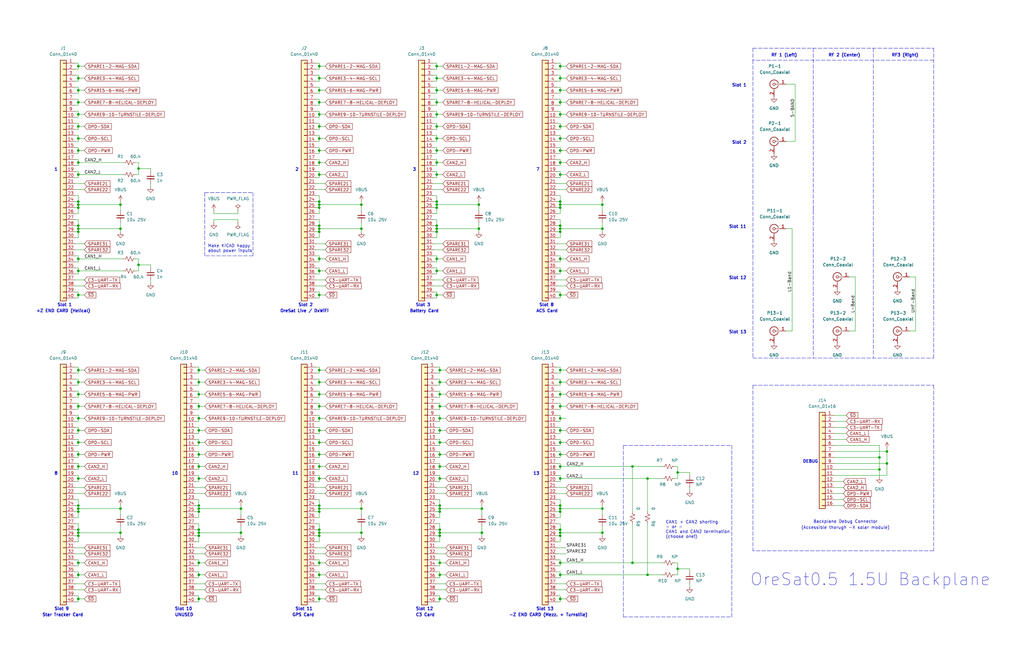
<source format=kicad_sch>
(kicad_sch (version 20211123) (generator eeschema)
  (paper "USLedger")
  (junction (at 83.82 223.52))
  (junction (at 185.42 186.69))
  (junction (at 134.62 53.34))
  (junction (at 374.015 190.5))
  (junction (at 236.22 215.9))
  (junction (at 134.62 38.1))
  (junction (at 236.22 87.63))
  (junction (at 285.75 240.03))
  (junction (at 185.42 176.53))
  (junction (at 83.82 224.79))
  (junction (at 185.42 237.49))
  (junction (at 33.02 48.26))
  (junction (at 236.22 176.53))
  (junction (at 134.62 213.36))
  (junction (at 134.62 48.26))
  (junction (at 236.22 242.57))
  (junction (at 33.02 181.61))
  (junction (at 134.62 224.79))
  (junction (at 134.62 161.29))
  (junction (at 266.7 196.85))
  (junction (at 134.62 226.06))
  (junction (at 266.7 237.49))
  (junction (at 33.02 213.36))
  (junction (at 83.82 237.49))
  (junction (at 185.42 171.45))
  (junction (at 236.22 33.02))
  (junction (at 33.02 224.79))
  (junction (at 185.42 242.57))
  (junction (at 83.82 226.06))
  (junction (at 33.02 215.9))
  (junction (at 33.02 191.77))
  (junction (at 185.42 223.52))
  (junction (at 83.82 215.9))
  (junction (at 33.02 214.63))
  (junction (at 33.02 33.02))
  (junction (at 33.02 114.3))
  (junction (at 83.82 161.29))
  (junction (at 134.62 109.22))
  (junction (at 184.15 85.09))
  (junction (at 134.62 237.49))
  (junction (at 33.02 166.37))
  (junction (at 184.15 97.79))
  (junction (at 184.15 63.5))
  (junction (at 83.82 171.45))
  (junction (at 236.22 38.1))
  (junction (at 33.02 161.29))
  (junction (at 203.2 214.63))
  (junction (at 184.15 38.1))
  (junction (at 134.62 63.5))
  (junction (at 83.82 166.37))
  (junction (at 185.42 181.61))
  (junction (at 184.15 95.25))
  (junction (at 33.02 201.93))
  (junction (at 185.42 213.36))
  (junction (at 134.62 171.45))
  (junction (at 134.62 86.36))
  (junction (at 236.22 96.52))
  (junction (at 50.8 214.63))
  (junction (at 236.22 224.79))
  (junction (at 33.02 96.52))
  (junction (at 101.6 214.63))
  (junction (at 134.62 186.69))
  (junction (at 83.82 191.77))
  (junction (at 203.2 224.79))
  (junction (at 33.02 58.42))
  (junction (at 134.62 58.42))
  (junction (at 273.05 201.93))
  (junction (at 33.02 95.25))
  (junction (at 33.02 87.63))
  (junction (at 185.42 161.29))
  (junction (at 134.62 201.93))
  (junction (at 236.22 95.25))
  (junction (at 236.22 171.45))
  (junction (at 236.22 58.42))
  (junction (at 201.93 86.36))
  (junction (at 285.75 199.39))
  (junction (at 33.02 124.46))
  (junction (at 33.02 73.66))
  (junction (at 134.62 166.37))
  (junction (at 184.15 109.22))
  (junction (at 134.62 252.73))
  (junction (at 184.15 68.58))
  (junction (at 33.02 63.5))
  (junction (at 33.02 242.57))
  (junction (at 236.22 166.37))
  (junction (at 33.02 68.58))
  (junction (at 236.22 73.66))
  (junction (at 184.15 96.52))
  (junction (at 134.62 176.53))
  (junction (at 236.22 191.77))
  (junction (at 83.82 213.36))
  (junction (at 185.42 215.9))
  (junction (at 83.82 242.57))
  (junction (at 184.15 73.66))
  (junction (at 33.02 109.22))
  (junction (at 152.4 214.63))
  (junction (at 33.02 43.18))
  (junction (at 185.42 224.79))
  (junction (at 134.62 156.21))
  (junction (at 184.15 124.46))
  (junction (at 236.22 252.73))
  (junction (at 185.42 156.21))
  (junction (at 58.42 71.12))
  (junction (at 184.15 87.63))
  (junction (at 33.02 226.06))
  (junction (at 33.02 38.1))
  (junction (at 254 214.63))
  (junction (at 33.02 237.49))
  (junction (at 33.02 85.09))
  (junction (at 184.15 33.02))
  (junction (at 236.22 53.34))
  (junction (at 236.22 48.26))
  (junction (at 134.62 214.63))
  (junction (at 184.15 86.36))
  (junction (at 134.62 242.57))
  (junction (at 236.22 196.85))
  (junction (at 184.15 27.94))
  (junction (at 236.22 43.18))
  (junction (at 236.22 161.29))
  (junction (at 134.62 97.79))
  (junction (at 236.22 27.94))
  (junction (at 134.62 223.52))
  (junction (at 33.02 156.21))
  (junction (at 184.15 53.34))
  (junction (at 50.8 96.52))
  (junction (at 134.62 181.61))
  (junction (at 50.8 86.36))
  (junction (at 185.42 191.77))
  (junction (at 184.15 43.18))
  (junction (at 236.22 114.3))
  (junction (at 33.02 176.53))
  (junction (at 33.02 196.85))
  (junction (at 83.82 201.93))
  (junction (at 33.02 53.34))
  (junction (at 236.22 109.22))
  (junction (at 134.62 191.77))
  (junction (at 83.82 176.53))
  (junction (at 83.82 186.69))
  (junction (at 254 96.52))
  (junction (at 134.62 96.52))
  (junction (at 236.22 124.46))
  (junction (at 370.84 193.04))
  (junction (at 33.02 186.69))
  (junction (at 83.82 252.73))
  (junction (at 273.05 242.57))
  (junction (at 83.82 181.61))
  (junction (at 236.22 156.21))
  (junction (at 134.62 27.94))
  (junction (at 236.22 181.61))
  (junction (at 152.4 96.52))
  (junction (at 33.02 86.36))
  (junction (at 236.22 226.06))
  (junction (at 134.62 196.85))
  (junction (at 236.22 201.93))
  (junction (at 236.22 97.79))
  (junction (at 152.4 224.79))
  (junction (at 254 86.36))
  (junction (at 134.62 73.66))
  (junction (at 184.15 58.42))
  (junction (at 236.22 63.5))
  (junction (at 236.22 86.36))
  (junction (at 50.8 224.79))
  (junction (at 184.15 48.26))
  (junction (at 101.6 224.79))
  (junction (at 374.015 195.58))
  (junction (at 33.02 171.45))
  (junction (at 134.62 124.46))
  (junction (at 236.22 237.49))
  (junction (at 134.62 114.3))
  (junction (at 236.22 68.58))
  (junction (at 134.62 85.09))
  (junction (at 134.62 95.25))
  (junction (at 83.82 156.21))
  (junction (at 236.22 186.69))
  (junction (at 185.42 201.93))
  (junction (at 236.22 213.36))
  (junction (at 185.42 214.63))
  (junction (at 83.82 214.63))
  (junction (at 201.93 96.52))
  (junction (at 134.62 87.63))
  (junction (at 33.02 252.73))
  (junction (at 236.22 214.63))
  (junction (at 152.4 86.36))
  (junction (at 236.22 223.52))
  (junction (at 370.84 198.12))
  (junction (at 185.42 166.37))
  (junction (at 134.62 68.58))
  (junction (at 134.62 215.9))
  (junction (at 185.42 226.06))
  (junction (at 33.02 27.94))
  (junction (at 58.42 111.76))
  (junction (at 134.62 43.18))
  (junction (at 33.02 97.79))
  (junction (at 236.22 85.09))
  (junction (at 83.82 196.85))
  (junction (at 134.62 33.02))
  (junction (at 185.42 252.73))
  (junction (at 184.15 114.3))
  (junction (at 33.02 223.52))
  (junction (at 254 224.79))
  (junction (at 185.42 196.85))
  (wire (pts (xy 33.02 59.69) (xy 31.75 59.69)))
  (wire (pts (xy 133.35 105.41) (xy 137.16 105.41)))
  (wire (pts (xy 82.55 190.5) (xy 83.82 190.5)))
  (wire (pts (xy 234.95 85.09) (xy 236.22 85.09)))
  (wire (pts (xy 185.42 196.85) (xy 187.96 196.85)))
  (wire (pts (xy 236.22 186.69) (xy 236.22 187.96)))
  (wire (pts (xy 184.15 63.5) (xy 186.69 63.5)))
  (wire (pts (xy 58.42 71.12) (xy 63.5 71.12)))
  (wire (pts (xy 184.15 72.39) (xy 184.15 73.66)))
  (wire (pts (xy 234.95 167.64) (xy 236.22 167.64)))
  (wire (pts (xy 184.15 210.82) (xy 185.42 210.82)))
  (wire (pts (xy 351.79 205.74) (xy 355.6 205.74)))
  (wire (pts (xy 133.35 102.87) (xy 137.16 102.87)))
  (wire (pts (xy 134.62 160.02) (xy 134.62 161.29)))
  (wire (pts (xy 184.15 58.42) (xy 186.69 58.42)))
  (wire (pts (xy 83.82 195.58) (xy 83.82 196.85)))
  (wire (pts (xy 82.55 220.98) (xy 83.82 220.98)))
  (wire (pts (xy 33.02 187.96) (xy 31.75 187.96)))
  (wire (pts (xy 185.42 252.73) (xy 185.42 254)))
  (wire (pts (xy 33.02 58.42) (xy 35.56 58.42)))
  (wire (pts (xy 184.15 251.46) (xy 185.42 251.46)))
  (wire (pts (xy 236.22 29.21) (xy 234.95 29.21)))
  (wire (pts (xy 236.22 161.29) (xy 238.76 161.29)))
  (wire (pts (xy 234.95 246.38) (xy 238.76 246.38)))
  (wire (pts (xy 234.95 243.84) (xy 236.22 243.84)))
  (wire (pts (xy 185.42 165.1) (xy 185.42 166.37)))
  (wire (pts (xy 83.82 201.93) (xy 83.82 203.2)))
  (wire (pts (xy 133.35 241.3) (xy 134.62 241.3)))
  (wire (pts (xy 134.62 196.85) (xy 137.16 196.85)))
  (wire (pts (xy 133.35 208.28) (xy 137.16 208.28)))
  (wire (pts (xy 234.95 62.23) (xy 236.22 62.23)))
  (wire (pts (xy 236.22 236.22) (xy 236.22 237.49)))
  (wire (pts (xy 134.62 53.34) (xy 134.62 54.61)))
  (wire (pts (xy 284.48 196.85) (xy 285.75 196.85)))
  (wire (pts (xy 33.02 58.42) (xy 33.02 59.69)))
  (wire (pts (xy 33.02 29.21) (xy 31.75 29.21)))
  (wire (pts (xy 184.15 223.52) (xy 185.42 223.52)))
  (wire (pts (xy 234.95 36.83) (xy 236.22 36.83)))
  (wire (pts (xy 83.82 186.69) (xy 83.82 187.96)))
  (wire (pts (xy 236.22 214.63) (xy 254 214.63)))
  (wire (pts (xy 273.05 220.98) (xy 273.05 242.57)))
  (wire (pts (xy 182.88 64.77) (xy 184.15 64.77)))
  (wire (pts (xy 234.95 41.91) (xy 236.22 41.91)))
  (wire (pts (xy 184.15 195.58) (xy 185.42 195.58)))
  (wire (pts (xy 58.42 109.22) (xy 58.42 111.76)))
  (wire (pts (xy 133.35 100.33) (xy 134.62 100.33)))
  (wire (pts (xy 182.88 36.83) (xy 184.15 36.83)))
  (wire (pts (xy 351.79 175.26) (xy 356.87 175.26)))
  (wire (pts (xy 360.68 139.7) (xy 360.68 116.84)))
  (wire (pts (xy 134.62 170.18) (xy 134.62 171.45)))
  (wire (pts (xy 201.93 86.36) (xy 201.93 88.9)))
  (wire (pts (xy 234.95 185.42) (xy 236.22 185.42)))
  (wire (pts (xy 31.75 160.02) (xy 33.02 160.02)))
  (wire (pts (xy 33.02 215.9) (xy 33.02 218.44)))
  (wire (pts (xy 184.15 73.66) (xy 186.69 73.66)))
  (wire (pts (xy 184.15 228.6) (xy 185.42 228.6)))
  (wire (pts (xy 33.02 52.07) (xy 33.02 53.34)))
  (wire (pts (xy 134.62 186.69) (xy 137.16 186.69)))
  (wire (pts (xy 184.15 160.02) (xy 185.42 160.02)))
  (wire (pts (xy 83.82 185.42) (xy 83.82 186.69)))
  (wire (pts (xy 133.35 41.91) (xy 134.62 41.91)))
  (wire (pts (xy 134.62 63.5) (xy 134.62 64.77)))
  (wire (pts (xy 182.88 102.87) (xy 186.69 102.87)))
  (wire (pts (xy 83.82 182.88) (xy 82.55 182.88)))
  (wire (pts (xy 182.88 107.95) (xy 184.15 107.95)))
  (wire (pts (xy 31.75 80.01) (xy 35.56 80.01)))
  (wire (pts (xy 134.62 52.07) (xy 134.62 53.34)))
  (wire (pts (xy 83.82 224.79) (xy 101.6 224.79)))
  (wire (pts (xy 184.15 96.52) (xy 184.15 97.79)))
  (wire (pts (xy 134.62 191.77) (xy 134.62 193.04)))
  (wire (pts (xy 285.75 237.49) (xy 285.75 240.03)))
  (wire (pts (xy 133.35 238.76) (xy 134.62 238.76)))
  (wire (pts (xy 234.95 205.74) (xy 238.76 205.74)))
  (wire (pts (xy 83.82 175.26) (xy 83.82 176.53)))
  (wire (pts (xy 31.75 185.42) (xy 33.02 185.42)))
  (wire (pts (xy 133.35 77.47) (xy 137.16 77.47)))
  (wire (pts (xy 33.02 175.26) (xy 33.02 176.53)))
  (wire (pts (xy 185.42 160.02) (xy 185.42 161.29)))
  (wire (pts (xy 90.17 93.98) (xy 90.17 92.71)))
  (wire (pts (xy 351.79 193.04) (xy 370.84 193.04)))
  (wire (pts (xy 133.35 82.55) (xy 134.62 82.55)))
  (wire (pts (xy 236.22 241.3) (xy 236.22 242.57)))
  (wire (pts (xy 134.62 109.22) (xy 134.62 110.49)))
  (wire (pts (xy 134.62 223.52) (xy 134.62 224.79)))
  (wire (pts (xy 134.62 123.19) (xy 134.62 124.46)))
  (wire (pts (xy 236.22 52.07) (xy 236.22 53.34)))
  (wire (pts (xy 236.22 97.79) (xy 236.22 100.33)))
  (wire (pts (xy 335.28 59.69) (xy 335.28 35.56)))
  (wire (pts (xy 134.62 186.69) (xy 134.62 187.96)))
  (wire (pts (xy 351.79 185.42) (xy 356.87 185.42)))
  (wire (pts (xy 33.02 181.61) (xy 33.02 182.88)))
  (wire (pts (xy 185.42 237.49) (xy 185.42 238.76)))
  (wire (pts (xy 134.62 220.98) (xy 134.62 223.52)))
  (wire (pts (xy 351.79 200.66) (xy 374.015 200.66)))
  (wire (pts (xy 236.22 175.26) (xy 236.22 176.53)))
  (wire (pts (xy 134.62 38.1) (xy 134.62 39.37)))
  (wire (pts (xy 152.4 224.79) (xy 152.4 226.06)))
  (wire (pts (xy 184.15 238.76) (xy 185.42 238.76)))
  (wire (pts (xy 236.22 196.85) (xy 236.22 198.12)))
  (wire (pts (xy 33.02 171.45) (xy 35.56 171.45)))
  (wire (pts (xy 184.15 29.21) (xy 182.88 29.21)))
  (wire (pts (xy 134.62 157.48) (xy 133.35 157.48)))
  (wire (pts (xy 31.75 170.18) (xy 33.02 170.18)))
  (wire (pts (xy 33.02 27.94) (xy 35.56 27.94)))
  (wire (pts (xy 83.82 171.45) (xy 83.82 172.72)))
  (wire (pts (xy 134.62 181.61) (xy 137.16 181.61)))
  (wire (pts (xy 236.22 36.83) (xy 236.22 38.1)))
  (wire (pts (xy 101.6 214.63) (xy 101.6 213.36)))
  (wire (pts (xy 184.15 87.63) (xy 184.15 90.17)))
  (wire (pts (xy 184.15 43.18) (xy 186.69 43.18)))
  (wire (pts (xy 234.95 64.77) (xy 236.22 64.77)))
  (wire (pts (xy 184.15 114.3) (xy 186.69 114.3)))
  (wire (pts (xy 83.82 161.29) (xy 83.82 162.56)))
  (wire (pts (xy 234.95 123.19) (xy 236.22 123.19)))
  (wire (pts (xy 82.55 203.2) (xy 83.82 203.2)))
  (polyline (pts (xy 317.5 162.56) (xy 393.7 162.56)))
  (polyline (pts (xy 393.7 232.41) (xy 317.5 232.41)))
  (wire (pts (xy 134.62 215.9) (xy 134.62 218.44)))
  (wire (pts (xy 133.35 226.06) (xy 134.62 226.06)))
  (wire (pts (xy 234.95 39.37) (xy 236.22 39.37)))
  (wire (pts (xy 182.88 80.01) (xy 186.69 80.01)))
  (wire (pts (xy 184.15 226.06) (xy 185.42 226.06)))
  (wire (pts (xy 82.55 213.36) (xy 83.82 213.36)))
  (wire (pts (xy 33.02 254) (xy 31.75 254)))
  (wire (pts (xy 83.82 171.45) (xy 86.36 171.45)))
  (wire (pts (xy 134.62 171.45) (xy 137.16 171.45)))
  (wire (pts (xy 134.62 237.49) (xy 137.16 237.49)))
  (wire (pts (xy 184.15 48.26) (xy 186.69 48.26)))
  (wire (pts (xy 90.17 92.71) (xy 100.33 92.71)))
  (wire (pts (xy 184.15 96.52) (xy 201.93 96.52)))
  (wire (pts (xy 182.88 97.79) (xy 184.15 97.79)))
  (wire (pts (xy 33.02 190.5) (xy 33.02 191.77)))
  (wire (pts (xy 182.88 57.15) (xy 184.15 57.15)))
  (wire (pts (xy 290.83 246.38) (xy 290.83 247.65)))
  (wire (pts (xy 90.17 90.17) (xy 100.33 90.17)))
  (wire (pts (xy 31.75 231.14) (xy 35.56 231.14)))
  (wire (pts (xy 273.05 201.93) (xy 273.05 215.9)))
  (wire (pts (xy 83.82 220.98) (xy 83.82 223.52)))
  (wire (pts (xy 134.62 224.79) (xy 134.62 226.06)))
  (wire (pts (xy 234.95 231.14) (xy 238.76 231.14)))
  (wire (pts (xy 33.02 161.29) (xy 33.02 162.56)))
  (wire (pts (xy 236.22 166.37) (xy 236.22 167.64)))
  (wire (pts (xy 31.75 177.8) (xy 33.02 177.8)))
  (wire (pts (xy 31.75 85.09) (xy 33.02 85.09)))
  (wire (pts (xy 33.02 241.3) (xy 33.02 242.57)))
  (wire (pts (xy 236.22 57.15) (xy 236.22 58.42)))
  (wire (pts (xy 82.55 167.64) (xy 83.82 167.64)))
  (wire (pts (xy 236.22 201.93) (xy 273.05 201.93)))
  (wire (pts (xy 83.82 161.29) (xy 86.36 161.29)))
  (wire (pts (xy 33.02 210.82) (xy 33.02 213.36)))
  (wire (pts (xy 33.02 48.26) (xy 35.56 48.26)))
  (wire (pts (xy 82.55 172.72) (xy 83.82 172.72)))
  (wire (pts (xy 134.62 241.3) (xy 134.62 242.57)))
  (wire (pts (xy 134.62 29.21) (xy 133.35 29.21)))
  (wire (pts (xy 182.88 118.11) (xy 186.69 118.11)))
  (wire (pts (xy 234.95 52.07) (xy 236.22 52.07)))
  (wire (pts (xy 83.82 214.63) (xy 101.6 214.63)))
  (wire (pts (xy 152.4 86.36) (xy 152.4 85.09)))
  (wire (pts (xy 236.22 166.37) (xy 238.76 166.37)))
  (wire (pts (xy 134.62 46.99) (xy 134.62 48.26)))
  (wire (pts (xy 31.75 246.38) (xy 35.56 246.38)))
  (wire (pts (xy 134.62 224.79) (xy 152.4 224.79)))
  (wire (pts (xy 234.95 208.28) (xy 238.76 208.28)))
  (wire (pts (xy 236.22 210.82) (xy 236.22 213.36)))
  (wire (pts (xy 236.22 251.46) (xy 236.22 252.73)))
  (wire (pts (xy 185.42 224.79) (xy 203.2 224.79)))
  (wire (pts (xy 182.88 39.37) (xy 184.15 39.37)))
  (wire (pts (xy 386.08 139.7) (xy 386.08 116.84)))
  (wire (pts (xy 266.7 196.85) (xy 279.4 196.85)))
  (wire (pts (xy 234.95 190.5) (xy 236.22 190.5)))
  (wire (pts (xy 134.62 190.5) (xy 134.62 191.77)))
  (wire (pts (xy 182.88 100.33) (xy 184.15 100.33)))
  (wire (pts (xy 31.75 236.22) (xy 33.02 236.22)))
  (wire (pts (xy 185.42 191.77) (xy 187.96 191.77)))
  (wire (pts (xy 33.02 31.75) (xy 33.02 33.02)))
  (wire (pts (xy 31.75 154.94) (xy 33.02 154.94)))
  (wire (pts (xy 133.35 218.44) (xy 134.62 218.44)))
  (wire (pts (xy 83.82 224.79) (xy 83.82 226.06)))
  (wire (pts (xy 134.62 85.09) (xy 134.62 86.36)))
  (wire (pts (xy 201.93 86.36) (xy 201.93 85.09)))
  (wire (pts (xy 185.42 187.96) (xy 184.15 187.96)))
  (wire (pts (xy 203.2 214.63) (xy 203.2 213.36)))
  (wire (pts (xy 33.02 107.95) (xy 33.02 109.22)))
  (wire (pts (xy 83.82 237.49) (xy 83.82 238.76)))
  (wire (pts (xy 134.62 226.06) (xy 134.62 228.6)))
  (wire (pts (xy 134.62 165.1) (xy 134.62 166.37)))
  (wire (pts (xy 134.62 161.29) (xy 134.62 162.56)))
  (wire (pts (xy 184.15 36.83) (xy 184.15 38.1)))
  (wire (pts (xy 185.42 241.3) (xy 185.42 242.57)))
  (wire (pts (xy 83.82 165.1) (xy 83.82 166.37)))
  (wire (pts (xy 290.83 205.74) (xy 290.83 207.01)))
  (wire (pts (xy 152.4 96.52) (xy 152.4 97.79)))
  (wire (pts (xy 33.02 26.67) (xy 33.02 27.94)))
  (wire (pts (xy 236.22 254) (xy 234.95 254)))
  (wire (pts (xy 374.015 200.66) (xy 374.015 195.58)))
  (wire (pts (xy 31.75 26.67) (xy 33.02 26.67)))
  (wire (pts (xy 134.62 210.82) (xy 134.62 213.36)))
  (wire (pts (xy 234.95 107.95) (xy 236.22 107.95)))
  (wire (pts (xy 236.22 67.31) (xy 236.22 68.58)))
  (wire (pts (xy 134.62 242.57) (xy 134.62 243.84)))
  (wire (pts (xy 50.8 222.25) (xy 50.8 224.79)))
  (wire (pts (xy 31.75 203.2) (xy 33.02 203.2)))
  (wire (pts (xy 134.62 161.29) (xy 137.16 161.29)))
  (wire (pts (xy 133.35 64.77) (xy 134.62 64.77)))
  (wire (pts (xy 331.47 35.56) (xy 335.28 35.56)))
  (wire (pts (xy 134.62 96.52) (xy 134.62 97.79)))
  (wire (pts (xy 236.22 157.48) (xy 234.95 157.48)))
  (wire (pts (xy 31.75 113.03) (xy 33.02 113.03)))
  (polyline (pts (xy 308.61 260.35) (xy 308.61 187.96)))
  (wire (pts (xy 184.15 46.99) (xy 184.15 48.26)))
  (wire (pts (xy 133.35 160.02) (xy 134.62 160.02)))
  (wire (pts (xy 234.95 97.79) (xy 236.22 97.79)))
  (wire (pts (xy 234.95 228.6) (xy 236.22 228.6)))
  (wire (pts (xy 184.15 86.36) (xy 201.93 86.36)))
  (wire (pts (xy 33.02 224.79) (xy 33.02 226.06)))
  (wire (pts (xy 133.35 67.31) (xy 134.62 67.31)))
  (wire (pts (xy 236.22 114.3) (xy 238.76 114.3)))
  (wire (pts (xy 134.62 48.26) (xy 134.62 49.53)))
  (wire (pts (xy 254 214.63) (xy 254 217.17)))
  (wire (pts (xy 234.95 154.94) (xy 236.22 154.94)))
  (wire (pts (xy 184.15 57.15) (xy 184.15 58.42)))
  (wire (pts (xy 133.35 31.75) (xy 134.62 31.75)))
  (wire (pts (xy 351.79 177.8) (xy 356.87 177.8)))
  (wire (pts (xy 134.62 185.42) (xy 134.62 186.69)))
  (wire (pts (xy 33.02 67.31) (xy 33.02 68.58)))
  (wire (pts (xy 236.22 109.22) (xy 238.76 109.22)))
  (wire (pts (xy 182.88 46.99) (xy 184.15 46.99)))
  (wire (pts (xy 83.82 252.73) (xy 86.36 252.73)))
  (wire (pts (xy 184.15 213.36) (xy 185.42 213.36)))
  (wire (pts (xy 234.95 248.92) (xy 238.76 248.92)))
  (wire (pts (xy 134.62 67.31) (xy 134.62 68.58)))
  (wire (pts (xy 133.35 180.34) (xy 134.62 180.34)))
  (wire (pts (xy 234.95 118.11) (xy 238.76 118.11)))
  (polyline (pts (xy 106.68 107.95) (xy 86.36 107.95)))
  (wire (pts (xy 234.95 223.52) (xy 236.22 223.52)))
  (wire (pts (xy 82.55 162.56) (xy 83.82 162.56)))
  (wire (pts (xy 184.15 180.34) (xy 185.42 180.34)))
  (wire (pts (xy 82.55 228.6) (xy 83.82 228.6)))
  (wire (pts (xy 234.95 218.44) (xy 236.22 218.44)))
  (wire (pts (xy 185.42 181.61) (xy 185.42 182.88)))
  (polyline (pts (xy 317.5 162.56) (xy 317.5 232.41)))
  (wire (pts (xy 236.22 113.03) (xy 236.22 114.3)))
  (wire (pts (xy 33.02 196.85) (xy 33.02 198.12)))
  (wire (pts (xy 134.62 86.36) (xy 134.62 87.63)))
  (wire (pts (xy 134.62 73.66) (xy 137.16 73.66)))
  (wire (pts (xy 33.02 214.63) (xy 33.02 215.9)))
  (wire (pts (xy 290.83 240.03) (xy 290.83 241.3)))
  (wire (pts (xy 83.82 181.61) (xy 83.82 182.88)))
  (wire (pts (xy 33.02 220.98) (xy 33.02 223.52)))
  (wire (pts (xy 234.95 213.36) (xy 236.22 213.36)))
  (wire (pts (xy 370.84 193.04) (xy 370.84 198.12)))
  (wire (pts (xy 31.75 123.19) (xy 33.02 123.19)))
  (wire (pts (xy 82.55 241.3) (xy 83.82 241.3)))
  (wire (pts (xy 236.22 161.29) (xy 236.22 162.56)))
  (wire (pts (xy 33.02 82.55) (xy 33.02 85.09)))
  (wire (pts (xy 236.22 33.02) (xy 236.22 34.29)))
  (wire (pts (xy 134.62 36.83) (xy 134.62 38.1)))
  (wire (pts (xy 82.55 223.52) (xy 83.82 223.52)))
  (wire (pts (xy 358.14 139.7) (xy 360.68 139.7)))
  (wire (pts (xy 285.75 199.39) (xy 285.75 201.93)))
  (wire (pts (xy 133.35 167.64) (xy 134.62 167.64)))
  (wire (pts (xy 101.6 224.79) (xy 101.6 226.06)))
  (wire (pts (xy 234.95 72.39) (xy 236.22 72.39)))
  (polyline (pts (xy 393.7 151.13) (xy 393.7 107.95)))
  (wire (pts (xy 31.75 220.98) (xy 33.02 220.98)))
  (wire (pts (xy 83.82 214.63) (xy 83.82 215.9)))
  (wire (pts (xy 33.02 226.06) (xy 33.02 228.6)))
  (wire (pts (xy 184.15 52.07) (xy 184.15 53.34)))
  (wire (pts (xy 83.82 254) (xy 82.55 254)))
  (wire (pts (xy 82.55 233.68) (xy 86.36 233.68)))
  (wire (pts (xy 82.55 177.8) (xy 83.82 177.8)))
  (wire (pts (xy 184.15 68.58) (xy 184.15 69.85)))
  (wire (pts (xy 33.02 161.29) (xy 35.56 161.29)))
  (wire (pts (xy 273.05 242.57) (xy 279.4 242.57)))
  (wire (pts (xy 184.15 92.71) (xy 184.15 95.25)))
  (wire (pts (xy 33.02 92.71) (xy 33.02 95.25)))
  (wire (pts (xy 134.62 196.85) (xy 134.62 198.12)))
  (wire (pts (xy 82.55 154.94) (xy 83.82 154.94)))
  (wire (pts (xy 33.02 201.93) (xy 35.56 201.93)))
  (wire (pts (xy 33.02 38.1) (xy 35.56 38.1)))
  (wire (pts (xy 285.75 240.03) (xy 290.83 240.03)))
  (wire (pts (xy 133.35 233.68) (xy 137.16 233.68)))
  (wire (pts (xy 184.15 124.46) (xy 184.15 125.73)))
  (wire (pts (xy 134.62 251.46) (xy 134.62 252.73)))
  (wire (pts (xy 236.22 62.23) (xy 236.22 63.5)))
  (wire (pts (xy 285.75 240.03) (xy 285.75 242.57)))
  (wire (pts (xy 33.02 63.5) (xy 35.56 63.5)))
  (wire (pts (xy 185.42 186.69) (xy 187.96 186.69)))
  (wire (pts (xy 182.88 82.55) (xy 184.15 82.55)))
  (wire (pts (xy 266.7 196.85) (xy 266.7 215.9)))
  (wire (pts (xy 134.62 171.45) (xy 134.62 172.72)))
  (wire (pts (xy 83.82 242.57) (xy 86.36 242.57)))
  (wire (pts (xy 184.15 248.92) (xy 187.96 248.92)))
  (wire (pts (xy 236.22 58.42) (xy 236.22 59.69)))
  (wire (pts (xy 236.22 171.45) (xy 236.22 172.72)))
  (wire (pts (xy 184.15 67.31) (xy 184.15 68.58)))
  (wire (pts (xy 152.4 222.25) (xy 152.4 224.79)))
  (wire (pts (xy 184.15 33.02) (xy 186.69 33.02)))
  (wire (pts (xy 236.22 41.91) (xy 236.22 43.18)))
  (wire (pts (xy 134.62 68.58) (xy 137.16 68.58)))
  (wire (pts (xy 133.35 74.93) (xy 134.62 74.93)))
  (wire (pts (xy 236.22 171.45) (xy 238.76 171.45)))
  (wire (pts (xy 82.55 175.26) (xy 83.82 175.26)))
  (wire (pts (xy 182.88 123.19) (xy 184.15 123.19)))
  (wire (pts (xy 351.79 213.36) (xy 355.6 213.36)))
  (wire (pts (xy 331.47 59.69) (xy 335.28 59.69)))
  (wire (pts (xy 182.88 26.67) (xy 184.15 26.67)))
  (wire (pts (xy 184.15 123.19) (xy 184.15 124.46)))
  (wire (pts (xy 184.15 193.04) (xy 185.42 193.04)))
  (wire (pts (xy 266.7 237.49) (xy 279.4 237.49)))
  (wire (pts (xy 82.55 205.74) (xy 86.36 205.74)))
  (wire (pts (xy 236.22 27.94) (xy 236.22 29.21)))
  (wire (pts (xy 83.82 157.48) (xy 82.55 157.48)))
  (wire (pts (xy 234.95 77.47) (xy 238.76 77.47)))
  (wire (pts (xy 31.75 226.06) (xy 33.02 226.06)))
  (wire (pts (xy 31.75 118.11) (xy 35.56 118.11)))
  (wire (pts (xy 184.15 113.03) (xy 184.15 114.3)))
  (wire (pts (xy 133.35 49.53) (xy 134.62 49.53)))
  (wire (pts (xy 31.75 213.36) (xy 33.02 213.36)))
  (wire (pts (xy 184.15 175.26) (xy 185.42 175.26)))
  (wire (pts (xy 234.95 195.58) (xy 236.22 195.58)))
  (wire (pts (xy 236.22 124.46) (xy 238.76 124.46)))
  (wire (pts (xy 185.42 166.37) (xy 187.96 166.37)))
  (wire (pts (xy 236.22 96.52) (xy 236.22 97.79)))
  (wire (pts (xy 50.8 86.36) (xy 50.8 88.9)))
  (wire (pts (xy 184.15 190.5) (xy 185.42 190.5)))
  (wire (pts (xy 33.02 97.79) (xy 33.02 100.33)))
  (wire (pts (xy 133.35 72.39) (xy 134.62 72.39)))
  (wire (pts (xy 134.62 180.34) (xy 134.62 181.61)))
  (wire (pts (xy 185.42 215.9) (xy 185.42 218.44)))
  (wire (pts (xy 33.02 85.09) (xy 33.02 86.36)))
  (wire (pts (xy 50.8 93.98) (xy 50.8 96.52)))
  (wire (pts (xy 31.75 198.12) (xy 33.02 198.12)))
  (wire (pts (xy 31.75 64.77) (xy 33.02 64.77)))
  (wire (pts (xy 33.02 200.66) (xy 33.02 201.93)))
  (wire (pts (xy 234.95 82.55) (xy 236.22 82.55)))
  (wire (pts (xy 133.35 46.99) (xy 134.62 46.99)))
  (wire (pts (xy 184.15 38.1) (xy 186.69 38.1)))
  (wire (pts (xy 234.95 120.65) (xy 238.76 120.65)))
  (wire (pts (xy 33.02 157.48) (xy 31.75 157.48)))
  (wire (pts (xy 33.02 165.1) (xy 33.02 166.37)))
  (wire (pts (xy 185.42 226.06) (xy 185.42 228.6)))
  (wire (pts (xy 184.15 167.64) (xy 185.42 167.64)))
  (wire (pts (xy 100.33 92.71) (xy 100.33 93.98)))
  (wire (pts (xy 185.42 186.69) (xy 185.42 187.96)))
  (wire (pts (xy 201.93 96.52) (xy 201.93 97.79)))
  (wire (pts (xy 33.02 86.36) (xy 33.02 87.63)))
  (wire (pts (xy 133.35 213.36) (xy 134.62 213.36)))
  (wire (pts (xy 236.22 85.09) (xy 236.22 86.36)))
  (wire (pts (xy 134.62 201.93) (xy 134.62 203.2)))
  (wire (pts (xy 290.83 199.39) (xy 290.83 200.66)))
  (wire (pts (xy 83.82 190.5) (xy 83.82 191.77)))
  (wire (pts (xy 33.02 214.63) (xy 50.8 214.63)))
  (wire (pts (xy 236.22 53.34) (xy 238.76 53.34)))
  (polyline (pts (xy 368.3 88.9) (xy 368.3 106.68)))
  (wire (pts (xy 33.02 73.66) (xy 33.02 74.93)))
  (wire (pts (xy 31.75 107.95) (xy 33.02 107.95)))
  (wire (pts (xy 33.02 68.58) (xy 33.02 69.85)))
  (wire (pts (xy 31.75 82.55) (xy 33.02 82.55)))
  (wire (pts (xy 236.22 68.58) (xy 238.76 68.58)))
  (wire (pts (xy 351.79 180.34) (xy 356.87 180.34)))
  (wire (pts (xy 33.02 154.94) (xy 33.02 156.21)))
  (wire (pts (xy 33.02 182.88) (xy 31.75 182.88)))
  (wire (pts (xy 182.88 113.03) (xy 184.15 113.03)))
  (wire (pts (xy 234.95 175.26) (xy 236.22 175.26)))
  (wire (pts (xy 236.22 73.66) (xy 238.76 73.66)))
  (wire (pts (xy 184.15 54.61) (xy 182.88 54.61)))
  (wire (pts (xy 133.35 118.11) (xy 137.16 118.11)))
  (wire (pts (xy 31.75 90.17) (xy 33.02 90.17)))
  (wire (pts (xy 31.75 120.65) (xy 35.56 120.65)))
  (wire (pts (xy 234.95 92.71) (xy 236.22 92.71)))
  (wire (pts (xy 83.82 196.85) (xy 86.36 196.85)))
  (wire (pts (xy 184.15 236.22) (xy 185.42 236.22)))
  (wire (pts (xy 33.02 62.23) (xy 33.02 63.5)))
  (wire (pts (xy 31.75 102.87) (xy 35.56 102.87)))
  (wire (pts (xy 83.82 237.49) (xy 86.36 237.49)))
  (wire (pts (xy 236.22 191.77) (xy 238.76 191.77)))
  (wire (pts (xy 101.6 214.63) (xy 101.6 217.17)))
  (wire (pts (xy 58.42 111.76) (xy 63.5 111.76)))
  (wire (pts (xy 236.22 31.75) (xy 236.22 33.02)))
  (wire (pts (xy 133.35 39.37) (xy 134.62 39.37)))
  (wire (pts (xy 57.15 109.22) (xy 58.42 109.22)))
  (wire (pts (xy 33.02 201.93) (xy 33.02 203.2)))
  (wire (pts (xy 82.55 236.22) (xy 83.82 236.22)))
  (wire (pts (xy 254 96.52) (xy 254 97.79)))
  (wire (pts (xy 351.79 182.88) (xy 356.87 182.88)))
  (wire (pts (xy 184.15 95.25) (xy 184.15 96.52)))
  (wire (pts (xy 134.62 38.1) (xy 137.16 38.1)))
  (wire (pts (xy 234.95 105.41) (xy 238.76 105.41)))
  (wire (pts (xy 33.02 166.37) (xy 35.56 166.37)))
  (wire (pts (xy 133.35 110.49) (xy 134.62 110.49)))
  (polyline (pts (xy 317.5 151.13) (xy 393.7 151.13)))
  (wire (pts (xy 133.35 220.98) (xy 134.62 220.98)))
  (wire (pts (xy 133.35 246.38) (xy 137.16 246.38)))
  (wire (pts (xy 134.62 58.42) (xy 137.16 58.42)))
  (wire (pts (xy 134.62 48.26) (xy 137.16 48.26)))
  (wire (pts (xy 236.22 223.52) (xy 236.22 224.79)))
  (wire (pts (xy 83.82 191.77) (xy 83.82 193.04)))
  (wire (pts (xy 254 86.36) (xy 254 88.9)))
  (wire (pts (xy 133.35 177.8) (xy 134.62 177.8)))
  (wire (pts (xy 133.35 97.79) (xy 134.62 97.79)))
  (wire (pts (xy 82.55 231.14) (xy 86.36 231.14)))
  (wire (pts (xy 134.62 113.03) (xy 134.62 114.3)))
  (wire (pts (xy 234.95 241.3) (xy 236.22 241.3)))
  (wire (pts (xy 31.75 36.83) (xy 33.02 36.83)))
  (wire (pts (xy 236.22 154.94) (xy 236.22 156.21)))
  (wire (pts (xy 236.22 237.49) (xy 236.22 238.76)))
  (wire (pts (xy 184.15 205.74) (xy 187.96 205.74)))
  (polyline (pts (xy 262.89 187.96) (xy 308.61 187.96)))
  (wire (pts (xy 184.15 124.46) (xy 186.69 124.46)))
  (wire (pts (xy 33.02 156.21) (xy 35.56 156.21)))
  (wire (pts (xy 83.82 180.34) (xy 83.82 181.61)))
  (wire (pts (xy 236.22 242.57) (xy 236.22 243.84)))
  (wire (pts (xy 236.22 63.5) (xy 236.22 64.77)))
  (wire (pts (xy 33.02 191.77) (xy 35.56 191.77)))
  (wire (pts (xy 185.42 220.98) (xy 185.42 223.52)))
  (wire (pts (xy 185.42 201.93) (xy 187.96 201.93)))
  (wire (pts (xy 236.22 176.53) (xy 238.76 176.53)))
  (polyline (pts (xy 262.89 187.96) (xy 262.89 260.35)))
  (wire (pts (xy 33.02 46.99) (xy 33.02 48.26)))
  (wire (pts (xy 184.15 73.66) (xy 184.15 74.93)))
  (wire (pts (xy 31.75 95.25) (xy 33.02 95.25)))
  (wire (pts (xy 185.42 191.77) (xy 185.42 193.04)))
  (wire (pts (xy 185.42 213.36) (xy 185.42 214.63)))
  (wire (pts (xy 185.42 210.82) (xy 185.42 213.36)))
  (wire (pts (xy 33.02 176.53) (xy 35.56 176.53)))
  (wire (pts (xy 184.15 125.73) (xy 182.88 125.73)))
  (wire (pts (xy 31.75 31.75) (xy 33.02 31.75)))
  (wire (pts (xy 203.2 214.63) (xy 203.2 217.17)))
  (wire (pts (xy 182.88 67.31) (xy 184.15 67.31)))
  (wire (pts (xy 82.55 210.82) (xy 83.82 210.82)))
  (wire (pts (xy 374.015 195.58) (xy 374.015 190.5)))
  (wire (pts (xy 236.22 156.21) (xy 236.22 157.48)))
  (wire (pts (xy 83.82 252.73) (xy 83.82 254)))
  (wire (pts (xy 185.42 195.58) (xy 185.42 196.85)))
  (wire (pts (xy 33.02 170.18) (xy 33.02 171.45)))
  (wire (pts (xy 134.62 68.58) (xy 134.62 69.85)))
  (wire (pts (xy 236.22 95.25) (xy 236.22 96.52)))
  (wire (pts (xy 33.02 236.22) (xy 33.02 237.49)))
  (polyline (pts (xy 317.5 20.32) (xy 393.7 20.32)))
  (wire (pts (xy 234.95 115.57) (xy 236.22 115.57)))
  (wire (pts (xy 133.35 251.46) (xy 134.62 251.46)))
  (wire (pts (xy 236.22 43.18) (xy 236.22 44.45)))
  (wire (pts (xy 234.95 67.31) (xy 236.22 67.31)))
  (wire (pts (xy 254 224.79) (xy 254 226.06)))
  (wire (pts (xy 82.55 208.28) (xy 86.36 208.28)))
  (polyline (pts (xy 317.5 25.4) (xy 317.5 107.95)))
  (wire (pts (xy 185.42 176.53) (xy 187.96 176.53)))
  (wire (pts (xy 134.62 195.58) (xy 134.62 196.85)))
  (wire (pts (xy 234.95 87.63) (xy 236.22 87.63)))
  (wire (pts (xy 33.02 191.77) (xy 33.02 193.04)))
  (wire (pts (xy 133.35 120.65) (xy 137.16 120.65)))
  (wire (pts (xy 236.22 68.58) (xy 236.22 69.85)))
  (wire (pts (xy 33.02 213.36) (xy 33.02 214.63)))
  (wire (pts (xy 134.62 191.77) (xy 137.16 191.77)))
  (wire (pts (xy 185.42 166.37) (xy 185.42 167.64)))
  (wire (pts (xy 31.75 165.1) (xy 33.02 165.1)))
  (wire (pts (xy 134.62 124.46) (xy 137.16 124.46)))
  (wire (pts (xy 236.22 213.36) (xy 236.22 214.63)))
  (wire (pts (xy 31.75 92.71) (xy 33.02 92.71)))
  (wire (pts (xy 184.15 31.75) (xy 184.15 33.02)))
  (wire (pts (xy 185.42 156.21) (xy 187.96 156.21)))
  (wire (pts (xy 254 222.25) (xy 254 224.79)))
  (wire (pts (xy 33.02 237.49) (xy 33.02 238.76)))
  (wire (pts (xy 236.22 242.57) (xy 273.05 242.57)))
  (wire (pts (xy 184.15 38.1) (xy 184.15 39.37)))
  (wire (pts (xy 33.02 38.1) (xy 33.02 39.37)))
  (wire (pts (xy 184.15 177.8) (xy 185.42 177.8)))
  (wire (pts (xy 234.95 165.1) (xy 236.22 165.1)))
  (wire (pts (xy 370.84 187.96) (xy 370.84 193.04)))
  (wire (pts (xy 234.95 102.87) (xy 238.76 102.87)))
  (wire (pts (xy 234.95 46.99) (xy 236.22 46.99)))
  (wire (pts (xy 184.15 208.28) (xy 187.96 208.28)))
  (wire (pts (xy 236.22 181.61) (xy 238.76 181.61)))
  (wire (pts (xy 184.15 200.66) (xy 185.42 200.66)))
  (wire (pts (xy 31.75 218.44) (xy 33.02 218.44)))
  (wire (pts (xy 152.4 214.63) (xy 152.4 213.36)))
  (wire (pts (xy 185.42 196.85) (xy 185.42 198.12)))
  (wire (pts (xy 184.15 220.98) (xy 185.42 220.98)))
  (wire (pts (xy 33.02 95.25) (xy 33.02 96.52)))
  (wire (pts (xy 133.35 85.09) (xy 134.62 85.09)))
  (wire (pts (xy 134.62 114.3) (xy 137.16 114.3)))
  (wire (pts (xy 184.15 26.67) (xy 184.15 27.94)))
  (wire (pts (xy 57.15 73.66) (xy 58.42 73.66)))
  (wire (pts (xy 133.35 80.01) (xy 137.16 80.01)))
  (polyline (pts (xy 342.9 88.9) (xy 342.9 151.13)))
  (wire (pts (xy 133.35 162.56) (xy 134.62 162.56)))
  (wire (pts (xy 33.02 185.42) (xy 33.02 186.69)))
  (wire (pts (xy 63.5 71.12) (xy 63.5 72.39)))
  (wire (pts (xy 101.6 222.25) (xy 101.6 224.79)))
  (wire (pts (xy 134.62 124.46) (xy 134.62 125.73)))
  (wire (pts (xy 31.75 115.57) (xy 33.02 115.57)))
  (wire (pts (xy 234.95 198.12) (xy 236.22 198.12)))
  (wire (pts (xy 133.35 200.66) (xy 134.62 200.66)))
  (wire (pts (xy 134.62 125.73) (xy 133.35 125.73)))
  (wire (pts (xy 133.35 44.45) (xy 134.62 44.45)))
  (wire (pts (xy 31.75 77.47) (xy 35.56 77.47)))
  (wire (pts (xy 185.42 251.46) (xy 185.42 252.73)))
  (wire (pts (xy 182.88 44.45) (xy 184.15 44.45)))
  (wire (pts (xy 254 214.63) (xy 254 213.36)))
  (wire (pts (xy 31.75 233.68) (xy 35.56 233.68)))
  (wire (pts (xy 182.88 77.47) (xy 186.69 77.47)))
  (wire (pts (xy 386.08 116.84) (xy 383.54 116.84)))
  (wire (pts (xy 334.01 96.52) (xy 334.01 139.7)))
  (wire (pts (xy 31.75 105.41) (xy 35.56 105.41)))
  (wire (pts (xy 133.35 195.58) (xy 134.62 195.58)))
  (wire (pts (xy 184.15 33.02) (xy 184.15 34.29)))
  (wire (pts (xy 236.22 123.19) (xy 236.22 124.46)))
  (wire (pts (xy 134.62 182.88) (xy 133.35 182.88)))
  (wire (pts (xy 33.02 181.61) (xy 35.56 181.61)))
  (wire (pts (xy 201.93 93.98) (xy 201.93 96.52)))
  (wire (pts (xy 33.02 237.49) (xy 35.56 237.49)))
  (wire (pts (xy 185.42 156.21) (xy 185.42 157.48)))
  (wire (pts (xy 134.62 252.73) (xy 137.16 252.73)))
  (wire (pts (xy 236.22 201.93) (xy 236.22 203.2)))
  (wire (pts (xy 33.02 109.22) (xy 52.07 109.22)))
  (wire (pts (xy 184.15 48.26) (xy 184.15 49.53)))
  (wire (pts (xy 184.15 86.36) (xy 184.15 87.63)))
  (wire (pts (xy 234.95 34.29) (xy 236.22 34.29)))
  (wire (pts (xy 184.15 243.84) (xy 185.42 243.84)))
  (wire (pts (xy 83.82 181.61) (xy 86.36 181.61)))
  (wire (pts (xy 234.95 113.03) (xy 236.22 113.03)))
  (wire (pts (xy 33.02 252.73) (xy 35.56 252.73)))
  (wire (pts (xy 184.15 109.22) (xy 184.15 110.49)))
  (wire (pts (xy 236.22 200.66) (xy 236.22 201.93)))
  (wire (pts (xy 133.35 165.1) (xy 134.62 165.1)))
  (wire (pts (xy 236.22 220.98) (xy 236.22 223.52)))
  (polyline (pts (xy 86.36 81.28) (xy 106.68 81.28)))
  (wire (pts (xy 234.95 200.66) (xy 236.22 200.66)))
  (polyline (pts (xy 368.3 106.68) (xy 368.3 151.13)))
  (wire (pts (xy 351.79 187.96) (xy 370.84 187.96)))
  (wire (pts (xy 133.35 185.42) (xy 134.62 185.42)))
  (wire (pts (xy 31.75 251.46) (xy 33.02 251.46)))
  (wire (pts (xy 185.42 161.29) (xy 185.42 162.56)))
  (wire (pts (xy 31.75 67.31) (xy 33.02 67.31)))
  (wire (pts (xy 203.2 224.79) (xy 203.2 226.06)))
  (wire (pts (xy 236.22 195.58) (xy 236.22 196.85)))
  (wire (pts (xy 234.95 90.17) (xy 236.22 90.17)))
  (wire (pts (xy 83.82 191.77) (xy 86.36 191.77)))
  (wire (pts (xy 133.35 90.17) (xy 134.62 90.17)))
  (wire (pts (xy 134.62 254) (xy 133.35 254)))
  (wire (pts (xy 236.22 190.5) (xy 236.22 191.77)))
  (wire (pts (xy 234.95 226.06) (xy 236.22 226.06)))
  (wire (pts (xy 134.62 27.94) (xy 134.62 29.21)))
  (wire (pts (xy 133.35 26.67) (xy 134.62 26.67)))
  (wire (pts (xy 31.75 175.26) (xy 33.02 175.26)))
  (wire (pts (xy 33.02 242.57) (xy 33.02 243.84)))
  (wire (pts (xy 33.02 73.66) (xy 52.07 73.66)))
  (wire (pts (xy 33.02 43.18) (xy 35.56 43.18)))
  (wire (pts (xy 134.62 54.61) (xy 133.35 54.61)))
  (wire (pts (xy 133.35 123.19) (xy 134.62 123.19)))
  (wire (pts (xy 236.22 82.55) (xy 236.22 85.09)))
  (wire (pts (xy 133.35 193.04) (xy 134.62 193.04)))
  (wire (pts (xy 33.02 124.46) (xy 33.02 125.73)))
  (wire (pts (xy 331.47 96.52) (xy 334.01 96.52)))
  (wire (pts (xy 334.01 139.7) (xy 331.47 139.7)))
  (wire (pts (xy 83.82 201.93) (xy 86.36 201.93)))
  (wire (pts (xy 152.4 93.98) (xy 152.4 96.52)))
  (wire (pts (xy 185.42 154.94) (xy 185.42 156.21)))
  (wire (pts (xy 33.02 171.45) (xy 33.02 172.72)))
  (polyline (pts (xy 342.9 20.32) (xy 342.9 87.63)))
  (wire (pts (xy 236.22 124.46) (xy 236.22 125.73)))
  (wire (pts (xy 184.15 63.5) (xy 184.15 64.77)))
  (wire (pts (xy 31.75 167.64) (xy 33.02 167.64)))
  (wire (pts (xy 184.15 53.34) (xy 184.15 54.61)))
  (wire (pts (xy 234.95 160.02) (xy 236.22 160.02)))
  (wire (pts (xy 134.62 214.63) (xy 134.62 215.9)))
  (wire (pts (xy 236.22 92.71) (xy 236.22 95.25)))
  (wire (pts (xy 351.79 190.5) (xy 374.015 190.5)))
  (wire (pts (xy 234.95 100.33) (xy 236.22 100.33)))
  (wire (pts (xy 33.02 113.03) (xy 33.02 114.3)))
  (wire (pts (xy 83.82 251.46) (xy 83.82 252.73)))
  (wire (pts (xy 33.02 86.36) (xy 50.8 86.36)))
  (wire (pts (xy 182.88 85.09) (xy 184.15 85.09)))
  (wire (pts (xy 31.75 41.91) (xy 33.02 41.91)))
  (wire (pts (xy 31.75 241.3) (xy 33.02 241.3)))
  (wire (pts (xy 351.79 195.58) (xy 374.015 195.58)))
  (wire (pts (xy 234.95 49.53) (xy 236.22 49.53)))
  (wire (pts (xy 33.02 195.58) (xy 33.02 196.85)))
  (wire (pts (xy 184.15 107.95) (xy 184.15 109.22)))
  (wire (pts (xy 236.22 58.42) (xy 238.76 58.42)))
  (wire (pts (xy 133.35 248.92) (xy 137.16 248.92)))
  (wire (pts (xy 185.42 223.52) (xy 185.42 224.79)))
  (wire (pts (xy 134.62 95.25) (xy 134.62 96.52)))
  (wire (pts (xy 236.22 185.42) (xy 236.22 186.69)))
  (wire (pts (xy 134.62 176.53) (xy 137.16 176.53)))
  (wire (pts (xy 236.22 224.79) (xy 254 224.79)))
  (wire (pts (xy 133.35 205.74) (xy 137.16 205.74)))
  (wire (pts (xy 284.48 242.57) (xy 285.75 242.57)))
  (wire (pts (xy 182.88 31.75) (xy 184.15 31.75)))
  (wire (pts (xy 31.75 195.58) (xy 33.02 195.58)))
  (wire (pts (xy 234.95 220.98) (xy 236.22 220.98)))
  (wire (pts (xy 133.35 36.83) (xy 134.62 36.83)))
  (wire (pts (xy 236.22 156.21) (xy 238.76 156.21)))
  (wire (pts (xy 234.95 177.8) (xy 236.22 177.8)))
  (wire (pts (xy 83.82 160.02) (xy 83.82 161.29)))
  (wire (pts (xy 184.15 198.12) (xy 185.42 198.12)))
  (wire (pts (xy 33.02 63.5) (xy 33.02 64.77)))
  (wire (pts (xy 234.95 44.45) (xy 236.22 44.45)))
  (wire (pts (xy 182.88 41.91) (xy 184.15 41.91)))
  (wire (pts (xy 182.88 110.49) (xy 184.15 110.49)))
  (wire (pts (xy 185.42 242.57) (xy 187.96 242.57)))
  (wire (pts (xy 236.22 96.52) (xy 254 96.52)))
  (wire (pts (xy 236.22 43.18) (xy 238.76 43.18)))
  (wire (pts (xy 134.62 187.96) (xy 133.35 187.96)))
  (wire (pts (xy 82.55 226.06) (xy 83.82 226.06)))
  (wire (pts (xy 236.22 72.39) (xy 236.22 73.66)))
  (wire (pts (xy 284.48 237.49) (xy 285.75 237.49)))
  (wire (pts (xy 184.15 233.68) (xy 187.96 233.68)))
  (wire (pts (xy 182.88 115.57) (xy 184.15 115.57)))
  (wire (pts (xy 33.02 251.46) (xy 33.02 252.73)))
  (wire (pts (xy 134.62 62.23) (xy 134.62 63.5)))
  (wire (pts (xy 133.35 95.25) (xy 134.62 95.25)))
  (wire (pts (xy 33.02 27.94) (xy 33.02 29.21)))
  (wire (pts (xy 134.62 58.42) (xy 134.62 59.69)))
  (wire (pts (xy 236.22 33.02) (xy 238.76 33.02)))
  (wire (pts (xy 185.42 157.48) (xy 184.15 157.48)))
  (wire (pts (xy 236.22 26.67) (xy 236.22 27.94)))
  (wire (pts (xy 182.88 49.53) (xy 184.15 49.53)))
  (wire (pts (xy 31.75 97.79) (xy 33.02 97.79)))
  (wire (pts (xy 182.88 87.63) (xy 184.15 87.63)))
  (wire (pts (xy 184.15 114.3) (xy 184.15 115.57)))
  (wire (pts (xy 134.62 31.75) (xy 134.62 33.02)))
  (wire (pts (xy 33.02 196.85) (xy 35.56 196.85)))
  (wire (pts (xy 133.35 170.18) (xy 134.62 170.18)))
  (polyline (pts (xy 317.5 20.32) (xy 317.5 25.4)))
  (wire (pts (xy 57.15 68.58) (xy 58.42 68.58)))
  (wire (pts (xy 134.62 92.71) (xy 134.62 95.25)))
  (wire (pts (xy 134.62 107.95) (xy 134.62 109.22)))
  (wire (pts (xy 184.15 82.55) (xy 184.15 85.09)))
  (wire (pts (xy 83.82 215.9) (xy 83.82 218.44)))
  (wire (pts (xy 236.22 252.73) (xy 238.76 252.73)))
  (wire (pts (xy 236.22 226.06) (xy 236.22 228.6)))
  (polyline (pts (xy 368.3 20.32) (xy 368.3 88.9)))
  (wire (pts (xy 31.75 39.37) (xy 33.02 39.37)))
  (wire (pts (xy 236.22 73.66) (xy 236.22 74.93)))
  (wire (pts (xy 31.75 162.56) (xy 33.02 162.56)))
  (wire (pts (xy 152.4 86.36) (xy 152.4 88.9)))
  (wire (pts (xy 83.82 213.36) (xy 83.82 214.63)))
  (wire (pts (xy 184.15 62.23) (xy 184.15 63.5)))
  (wire (pts (xy 83.82 166.37) (xy 83.82 167.64)))
  (wire (pts (xy 134.62 114.3) (xy 134.62 115.57)))
  (wire (pts (xy 82.55 170.18) (xy 83.82 170.18)))
  (wire (pts (xy 31.75 228.6) (xy 33.02 228.6)))
  (wire (pts (xy 185.42 161.29) (xy 187.96 161.29)))
  (wire (pts (xy 234.95 110.49) (xy 236.22 110.49)))
  (wire (pts (xy 82.55 251.46) (xy 83.82 251.46)))
  (wire (pts (xy 134.62 59.69) (xy 133.35 59.69)))
  (wire (pts (xy 185.42 237.49) (xy 187.96 237.49)))
  (wire (pts (xy 134.62 242.57) (xy 137.16 242.57)))
  (wire (pts (xy 82.55 180.34) (xy 83.82 180.34)))
  (wire (pts (xy 134.62 181.61) (xy 134.62 182.88)))
  (wire (pts (xy 184.15 165.1) (xy 185.42 165.1)))
  (wire (pts (xy 82.55 200.66) (xy 83.82 200.66)))
  (wire (pts (xy 134.62 200.66) (xy 134.62 201.93)))
  (polyline (pts (xy 393.7 25.4) (xy 317.5 25.4)))
  (wire (pts (xy 33.02 125.73) (xy 31.75 125.73)))
  (wire (pts (xy 134.62 201.93) (xy 137.16 201.93)))
  (wire (pts (xy 33.02 57.15) (xy 33.02 58.42)))
  (wire (pts (xy 185.42 200.66) (xy 185.42 201.93)))
  (wire (pts (xy 351.79 198.12) (xy 370.84 198.12)))
  (wire (pts (xy 83.82 156.21) (xy 86.36 156.21)))
  (wire (pts (xy 285.75 196.85) (xy 285.75 199.39)))
  (wire (pts (xy 33.02 160.02) (xy 33.02 161.29)))
  (wire (pts (xy 184.15 27.94) (xy 186.69 27.94)))
  (wire (pts (xy 236.22 38.1) (xy 238.76 38.1)))
  (wire (pts (xy 236.22 86.36) (xy 236.22 87.63)))
  (wire (pts (xy 50.8 224.79) (xy 50.8 226.06)))
  (wire (pts (xy 133.35 172.72) (xy 134.62 172.72)))
  (wire (pts (xy 33.02 123.19) (xy 33.02 124.46)))
  (wire (pts (xy 33.02 180.34) (xy 33.02 181.61)))
  (wire (pts (xy 33.02 48.26) (xy 33.02 49.53)))
  (wire (pts (xy 133.35 107.95) (xy 134.62 107.95)))
  (wire (pts (xy 236.22 46.99) (xy 236.22 48.26)))
  (wire (pts (xy 236.22 109.22) (xy 236.22 110.49)))
  (wire (pts (xy 236.22 180.34) (xy 236.22 181.61)))
  (wire (pts (xy 133.35 113.03) (xy 134.62 113.03)))
  (wire (pts (xy 50.8 214.63) (xy 50.8 213.36)))
  (wire (pts (xy 234.95 193.04) (xy 236.22 193.04)))
  (wire (pts (xy 351.79 208.28) (xy 355.6 208.28)))
  (polyline (pts (xy 393.7 162.56) (xy 393.7 232.41)))
  (wire (pts (xy 185.42 180.34) (xy 185.42 181.61)))
  (wire (pts (xy 234.95 203.2) (xy 236.22 203.2)))
  (wire (pts (xy 82.55 215.9) (xy 83.82 215.9)))
  (wire (pts (xy 31.75 215.9) (xy 33.02 215.9)))
  (wire (pts (xy 33.02 186.69) (xy 35.56 186.69)))
  (wire (pts (xy 182.88 34.29) (xy 184.15 34.29)))
  (wire (pts (xy 63.5 77.47) (xy 63.5 78.74)))
  (wire (pts (xy 234.95 69.85) (xy 236.22 69.85)))
  (wire (pts (xy 234.95 74.93) (xy 236.22 74.93)))
  (wire (pts (xy 236.22 176.53) (xy 236.22 177.8)))
  (wire (pts (xy 83.82 154.94) (xy 83.82 156.21)))
  (wire (pts (xy 182.88 72.39) (xy 184.15 72.39)))
  (wire (pts (xy 185.42 182.88) (xy 184.15 182.88)))
  (wire (pts (xy 236.22 224.79) (xy 236.22 226.06)))
  (wire (pts (xy 236.22 48.26) (xy 238.76 48.26)))
  (wire (pts (xy 33.02 109.22) (xy 33.02 110.49)))
  (wire (pts (xy 134.62 72.39) (xy 134.62 73.66)))
  (wire (pts (xy 134.62 43.18) (xy 137.16 43.18)))
  (wire (pts (xy 31.75 62.23) (xy 33.02 62.23)))
  (wire (pts (xy 82.55 246.38) (xy 86.36 246.38)))
  (wire (pts (xy 133.35 223.52) (xy 134.62 223.52)))
  (wire (pts (xy 31.75 72.39) (xy 33.02 72.39)))
  (wire (pts (xy 133.35 92.71) (xy 134.62 92.71)))
  (wire (pts (xy 133.35 115.57) (xy 134.62 115.57)))
  (wire (pts (xy 134.62 214.63) (xy 152.4 214.63)))
  (wire (pts (xy 374.015 190.5) (xy 374.015 189.23)))
  (wire (pts (xy 33.02 43.18) (xy 33.02 44.45)))
  (wire (pts (xy 31.75 243.84) (xy 33.02 243.84)))
  (wire (pts (xy 273.05 201.93) (xy 279.4 201.93)))
  (wire (pts (xy 236.22 160.02) (xy 236.22 161.29)))
  (wire (pts (xy 236.22 86.36) (xy 254 86.36)))
  (wire (pts (xy 31.75 74.93) (xy 33.02 74.93)))
  (wire (pts (xy 184.15 203.2) (xy 185.42 203.2)))
  (wire (pts (xy 83.82 156.21) (xy 83.82 157.48)))
  (wire (pts (xy 31.75 46.99) (xy 33.02 46.99)))
  (wire (pts (xy 182.88 105.41) (xy 186.69 105.41)))
  (wire (pts (xy 134.62 63.5) (xy 137.16 63.5)))
  (wire (pts (xy 152.4 214.63) (xy 152.4 217.17)))
  (wire (pts (xy 31.75 190.5) (xy 33.02 190.5)))
  (wire (pts (xy 100.33 90.17) (xy 100.33 88.9)))
  (wire (pts (xy 82.55 243.84) (xy 83.82 243.84)))
  (wire (pts (xy 133.35 236.22) (xy 134.62 236.22)))
  (wire (pts (xy 185.42 224.79) (xy 185.42 226.06)))
  (wire (pts (xy 351.79 210.82) (xy 355.6 210.82)))
  (wire (pts (xy 284.48 201.93) (xy 285.75 201.93)))
  (wire (pts (xy 184.15 185.42) (xy 185.42 185.42)))
  (wire (pts (xy 134.62 156.21) (xy 134.62 157.48)))
  (wire (pts (xy 234.95 210.82) (xy 236.22 210.82)))
  (wire (pts (xy 82.55 185.42) (xy 83.82 185.42)))
  (wire (pts (xy 134.62 87.63) (xy 134.62 90.17)))
  (wire (pts (xy 33.02 87.63) (xy 33.02 90.17)))
  (wire (pts (xy 134.62 175.26) (xy 134.62 176.53)))
  (polyline (pts (xy 342.9 87.63) (xy 342.9 88.9)))
  (wire (pts (xy 182.88 92.71) (xy 184.15 92.71)))
  (wire (pts (xy 134.62 154.94) (xy 134.62 156.21)))
  (wire (pts (xy 31.75 87.63) (xy 33.02 87.63)))
  (polyline (pts (xy 106.68 81.28) (xy 106.68 107.95)))
  (wire (pts (xy 236.22 182.88) (xy 234.95 182.88)))
  (wire (pts (xy 31.75 100.33) (xy 33.02 100.33)))
  (wire (pts (xy 133.35 52.07) (xy 134.62 52.07)))
  (wire (pts (xy 133.35 228.6) (xy 134.62 228.6)))
  (wire (pts (xy 234.95 172.72) (xy 236.22 172.72)))
  (polyline (pts (xy 262.89 260.35) (xy 308.61 260.35)))
  (wire (pts (xy 31.75 52.07) (xy 33.02 52.07)))
  (wire (pts (xy 83.82 176.53) (xy 83.82 177.8)))
  (wire (pts (xy 134.62 109.22) (xy 137.16 109.22)))
  (wire (pts (xy 134.62 53.34) (xy 137.16 53.34)))
  (wire (pts (xy 184.15 154.94) (xy 185.42 154.94)))
  (wire (pts (xy 236.22 170.18) (xy 236.22 171.45)))
  (wire (pts (xy 134.62 156.21) (xy 137.16 156.21)))
  (wire (pts (xy 33.02 33.02) (xy 33.02 34.29)))
  (wire (pts (xy 58.42 71.12) (xy 58.42 73.66)))
  (wire (pts (xy 234.95 251.46) (xy 236.22 251.46)))
  (wire (pts (xy 33.02 36.83) (xy 33.02 38.1)))
  (wire (pts (xy 236.22 59.69) (xy 234.95 59.69)))
  (wire (pts (xy 134.62 97.79) (xy 134.62 100.33)))
  (wire (pts (xy 31.75 208.28) (xy 35.56 208.28)))
  (wire (pts (xy 134.62 41.91) (xy 134.62 43.18)))
  (wire (pts (xy 203.2 222.25) (xy 203.2 224.79)))
  (wire (pts (xy 50.8 96.52) (xy 50.8 97.79)))
  (wire (pts (xy 184.15 41.91) (xy 184.15 43.18)))
  (polyline (pts (xy 317.5 107.95) (xy 317.5 151.13)))
  (wire (pts (xy 383.54 139.7) (xy 386.08 139.7)))
  (wire (pts (xy 134.62 33.02) (xy 134.62 34.29)))
  (wire (pts (xy 133.35 215.9) (xy 134.62 215.9)))
  (wire (pts (xy 234.95 170.18) (xy 236.22 170.18)))
  (wire (pts (xy 134.62 166.37) (xy 134.62 167.64)))
  (wire (pts (xy 236.22 186.69) (xy 238.76 186.69)))
  (wire (pts (xy 31.75 34.29) (xy 33.02 34.29)))
  (wire (pts (xy 31.75 200.66) (xy 33.02 200.66)))
  (wire (pts (xy 134.62 176.53) (xy 134.62 177.8)))
  (wire (pts (xy 133.35 198.12) (xy 134.62 198.12)))
  (wire (pts (xy 33.02 223.52) (xy 33.02 224.79)))
  (wire (pts (xy 184.15 109.22) (xy 186.69 109.22)))
  (wire (pts (xy 33.02 41.91) (xy 33.02 43.18)))
  (wire (pts (xy 182.88 120.65) (xy 186.69 120.65)))
  (wire (pts (xy 83.82 196.85) (xy 83.82 198.12)))
  (wire (pts (xy 134.62 27.94) (xy 137.16 27.94)))
  (wire (pts (xy 185.42 214.63) (xy 203.2 214.63)))
  (wire (pts (xy 83.82 210.82) (xy 83.82 213.36)))
  (wire (pts (xy 184.15 43.18) (xy 184.15 44.45)))
  (wire (pts (xy 82.55 160.02) (xy 83.82 160.02)))
  (wire (pts (xy 234.95 180.34) (xy 236.22 180.34)))
  (wire (pts (xy 234.95 215.9) (xy 236.22 215.9)))
  (wire (pts (xy 33.02 72.39) (xy 33.02 73.66)))
  (wire (pts (xy 184.15 162.56) (xy 185.42 162.56)))
  (wire (pts (xy 236.22 87.63) (xy 236.22 90.17)))
  (wire (pts (xy 82.55 248.92) (xy 86.36 248.92)))
  (wire (pts (xy 33.02 224.79) (xy 50.8 224.79)))
  (wire (pts (xy 184.15 59.69) (xy 182.88 59.69)))
  (wire (pts (xy 185.42 254) (xy 184.15 254)))
  (wire (pts (xy 133.35 154.94) (xy 134.62 154.94)))
  (wire (pts (xy 184.15 241.3) (xy 185.42 241.3)))
  (wire (pts (xy 184.15 53.34) (xy 186.69 53.34)))
  (wire (pts (xy 185.42 170.18) (xy 185.42 171.45)))
  (wire (pts (xy 184.15 172.72) (xy 185.42 172.72)))
  (wire (pts (xy 83.82 176.53) (xy 86.36 176.53)))
  (wire (pts (xy 236.22 181.61) (xy 236.22 182.88)))
  (wire (pts (xy 134.62 82.55) (xy 134.62 85.09)))
  (wire (pts (xy 182.88 90.17) (xy 184.15 90.17)))
  (wire (pts (xy 185.42 185.42) (xy 185.42 186.69)))
  (wire (pts (xy 133.35 231.14) (xy 137.16 231.14)))
  (wire (pts (xy 57.15 114.3) (xy 58.42 114.3)))
  (wire (pts (xy 33.02 242.57) (xy 35.56 242.57)))
  (wire (pts (xy 266.7 220.98) (xy 266.7 237.49)))
  (wire (pts (xy 236.22 215.9) (xy 236.22 218.44)))
  (wire (pts (xy 182.88 69.85) (xy 184.15 69.85)))
  (wire (pts (xy 234.95 238.76) (xy 236.22 238.76)))
  (wire (pts (xy 236.22 48.26) (xy 236.22 49.53)))
  (wire (pts (xy 31.75 193.04) (xy 33.02 193.04)))
  (wire (pts (xy 236.22 114.3) (xy 236.22 115.57)))
  (wire (pts (xy 90.17 88.9) (xy 90.17 90.17)))
  (wire (pts (xy 82.55 165.1) (xy 83.82 165.1)))
  (wire (pts (xy 83.82 236.22) (xy 83.82 237.49)))
  (wire (pts (xy 33.02 186.69) (xy 33.02 187.96)))
  (wire (pts (xy 236.22 38.1) (xy 236.22 39.37)))
  (wire (pts (xy 134.62 237.49) (xy 134.62 238.76)))
  (wire (pts (xy 31.75 172.72) (xy 33.02 172.72)))
  (wire (pts (xy 33.02 53.34) (xy 35.56 53.34)))
  (wire (pts (xy 185.42 236.22) (xy 185.42 237.49)))
  (wire (pts (xy 182.88 52.07) (xy 184.15 52.07)))
  (wire (pts (xy 185.42 171.45) (xy 185.42 172.72)))
  (wire (pts (xy 63.5 111.76) (xy 63.5 113.03)))
  (wire (pts (xy 184.15 170.18) (xy 185.42 170.18)))
  (wire (pts (xy 182.88 95.25) (xy 184.15 95.25)))
  (wire (pts (xy 134.62 96.52) (xy 152.4 96.52)))
  (wire (pts (xy 33.02 114.3) (xy 52.07 114.3)))
  (wire (pts (xy 285.75 199.39) (xy 290.83 199.39)))
  (wire (pts (xy 133.35 69.85) (xy 134.62 69.85)))
  (wire (pts (xy 185.42 175.26) (xy 185.42 176.53)))
  (wire (pts (xy 33.02 68.58) (xy 52.07 68.58)))
  (wire (pts (xy 236.22 214.63) (xy 236.22 215.9)))
  (wire (pts (xy 184.15 68.58) (xy 186.69 68.58)))
  (wire (pts (xy 236.22 53.34) (xy 236.22 54.61)))
  (wire (pts (xy 33.02 176.53) (xy 33.02 177.8)))
  (wire (pts (xy 236.22 165.1) (xy 236.22 166.37)))
  (wire (pts (xy 134.62 166.37) (xy 137.16 166.37)))
  (wire (pts (xy 184.15 231.14) (xy 187.96 231.14)))
  (wire (pts (xy 82.55 218.44) (xy 83.82 218.44)))
  (wire (pts (xy 133.35 190.5) (xy 134.62 190.5)))
  (wire (pts (xy 234.95 57.15) (xy 236.22 57.15)))
  (wire (pts (xy 31.75 205.74) (xy 35.56 205.74)))
  (wire (pts (xy 236.22 107.95) (xy 236.22 109.22)))
  (wire (pts (xy 82.55 198.12) (xy 83.82 198.12)))
  (wire (pts (xy 133.35 203.2) (xy 134.62 203.2)))
  (wire (pts (xy 184.15 215.9) (xy 185.42 215.9)))
  (wire (pts (xy 134.62 43.18) (xy 134.62 44.45)))
  (wire (pts (xy 234.95 26.67) (xy 236.22 26.67)))
  (wire (pts (xy 185.42 214.63) (xy 185.42 215.9)))
  (wire (pts (xy 351.79 203.2) (xy 355.6 203.2)))
  (wire (pts (xy 133.35 175.26) (xy 134.62 175.26)))
  (wire (pts (xy 185.42 171.45) (xy 187.96 171.45)))
  (wire (pts (xy 236.22 237.49) (xy 266.7 237.49)))
  (wire (pts (xy 33.02 114.3) (xy 33.02 115.57)))
  (wire (pts (xy 83.82 242.57) (xy 83.82 243.84)))
  (wire (pts (xy 185.42 242.57) (xy 185.42 243.84)))
  (wire (pts (xy 133.35 57.15) (xy 134.62 57.15)))
  (wire (pts (xy 185.42 190.5) (xy 185.42 191.77)))
  (wire (pts (xy 31.75 238.76) (xy 33.02 238.76)))
  (wire (pts (xy 360.68 116.84) (xy 358.14 116.84)))
  (wire (pts (xy 33.02 96.52) (xy 50.8 96.52)))
  (wire (pts (xy 370.84 198.12) (xy 370.84 201.295)))
  (wire (pts (xy 236.22 196.85) (xy 266.7 196.85)))
  (wire (pts (xy 234.95 95.25) (xy 236.22 95.25)))
  (wire (pts (xy 33.02 124.46) (xy 35.56 124.46)))
  (wire (pts (xy 236.22 252.73) (xy 236.22 254)))
  (wire (pts (xy 31.75 110.49) (xy 33.02 110.49)))
  (wire (pts (xy 82.55 193.04) (xy 83.82 193.04)))
  (wire (pts (xy 31.75 57.15) (xy 33.02 57.15)))
  (wire (pts (xy 83.82 200.66) (xy 83.82 201.93)))
  (wire (pts (xy 83.82 166.37) (xy 86.36 166.37)))
  (wire (pts (xy 236.22 187.96) (xy 234.95 187.96)))
  (wire (pts (xy 31.75 49.53) (xy 33.02 49.53)))
  (wire (pts (xy 50.8 86.36) (xy 50.8 85.09)))
  (wire (pts (xy 134.62 213.36) (xy 134.62 214.63)))
  (wire (pts (xy 182.88 62.23) (xy 184.15 62.23)))
  (wire (pts (xy 184.15 58.42) (xy 184.15 59.69)))
  (wire (pts (xy 184.15 218.44) (xy 185.42 218.44)))
  (wire (pts (xy 83.82 226.06) (xy 83.82 228.6)))
  (wire (pts (xy 83.82 187.96) (xy 82.55 187.96)))
  (wire (pts (xy 234.95 236.22) (xy 236.22 236.22)))
  (wire (pts (xy 185.42 181.61) (xy 187.96 181.61)))
  (wire (pts (xy 50.8 214.63) (xy 50.8 217.17)))
  (wire (pts (xy 133.35 210.82) (xy 134.62 210.82)))
  (wire (pts (xy 236.22 191.77) (xy 236.22 193.04)))
  (wire (pts (xy 134.62 73.66) (xy 134.62 74.93)))
  (wire (pts (xy 234.95 233.68) (xy 238.76 233.68)))
  (wire (pts (xy 134.62 26.67) (xy 134.62 27.94)))
  (wire (pts (xy 33.02 166.37) (xy 33.02 167.64)))
  (wire (pts (xy 184.15 27.94) (xy 184.15 29.21)))
  (wire (pts (xy 234.95 31.75) (xy 236.22 31.75)))
  (wire (pts (xy 134.62 252.73) (xy 134.62 254)))
  (wire (pts (xy 184.15 85.09) (xy 184.15 86.36)))
  (wire (pts (xy 133.35 87.63) (xy 134.62 87.63)))
  (wire (pts (xy 236.22 125.73) (xy 234.95 125.73)))
  (wire (pts (xy 182.88 74.93) (xy 184.15 74.93)))
  (wire (pts (xy 31.75 44.45) (xy 33.02 44.45)))
  (wire (pts (xy 83.82 186.69) (xy 86.36 186.69)))
  (polyline (pts (xy 86.36 81.28) (xy 86.36 107.95)))
  (wire (pts (xy 236.22 54.61) (xy 234.95 54.61)))
  (wire (pts (xy 63.5 118.11) (xy 63.5 119.38)))
  (wire (pts (xy 254 93.98) (xy 254 96.52)))
  (wire (pts (xy 33.02 96.52) (xy 33.02 97.79)))
  (wire (pts (xy 58.42 68.58) (xy 58.42 71.12)))
  (wire (pts (xy 185.42 176.53) (xy 185.42 177.8)))
  (wire (pts (xy 134.62 86.36) (xy 152.4 86.36)))
  (wire (pts (xy 31.75 180.34) (xy 33.02 180.34)))
  (polyline (pts (xy 393.7 20.32) (xy 393.7 107.95)))
  (wire (pts (xy 134.62 236.22) (xy 134.62 237.49)))
  (wire (pts (xy 185.42 252.73) (xy 187.96 252.73)))
  (wire (pts (xy 31.75 248.92) (xy 35.56 248.92)))
  (wire (pts (xy 185.42 201.93) (xy 185.42 203.2)))
  (wire (pts (xy 83.82 223.52) (xy 83.82 224.79)))
  (wire (pts (xy 82.55 195.58) (xy 83.82 195.58)))
  (wire (pts (xy 33.02 33.02) (xy 35.56 33.02)))
  (wire (pts (xy 184.15 97.79) (xy 184.15 100.33)))
  (wire (pts (xy 82.55 238.76) (xy 83.82 238.76)))
  (wire (pts (xy 254 86.36) (xy 254 85.09)))
  (wire (pts (xy 33.02 156.21) (xy 33.02 157.48)))
  (wire (pts (xy 133.35 243.84) (xy 134.62 243.84)))
  (wire (pts (xy 31.75 210.82) (xy 33.02 210.82)))
  (wire (pts (xy 134.62 33.02) (xy 137.16 33.02)))
  (wire (pts (xy 33.02 252.73) (xy 33.02 254)))
  (wire (pts (xy 31.75 223.52) (xy 33.02 223.52)))
  (wire (pts (xy 234.95 80.01) (xy 238.76 80.01)))
  (wire (pts (xy 236.22 27.94) (xy 238.76 27.94)))
  (wire (pts (xy 133.35 62.23) (xy 134.62 62.23)))
  (wire (pts (xy 58.42 111.76) (xy 58.42 114.3)))
  (wire (pts (xy 133.35 34.29) (xy 134.62 34.29)))
  (wire (pts (xy 234.95 162.56) (xy 236.22 162.56)))
  (wire (pts (xy 31.75 69.85) (xy 33.02 69.85)))
  (wire (pts (xy 184.15 246.38) (xy 187.96 246.38)))
  (wire (pts (xy 236.22 63.5) (xy 238.76 63.5)))
  (wire (pts (xy 83.82 170.18) (xy 83.82 171.45)))
  (wire (pts (xy 33.02 54.61) (xy 31.75 54.61)))
  (wire (pts (xy 83.82 241.3) (xy 83.82 242.57)))
  (wire (pts (xy 33.02 53.34) (xy 33.02 54.61)))
  (wire (pts (xy 134.62 57.15) (xy 134.62 58.42)))
  (text "Slot 2" (at 308.61 60.96 0) (effects (font (size 1.27 1.27) bold) (justify left bottom)))
  (text "OreSat0.5 1.5U Backplane" (at 316.23 247.65 0) (effects (font (size 5.08 5.08)) (justify left bottom)))
  (text "RF 1 (Left)" (at 325.12 24.13 0) (effects (font (size 1.27 1.27) bold) (justify left bottom)))
  (text "(Accessible thorugh -X solar module)" (at 337.82 223.52 0) (effects (font (size 1.27 1.27)) (justify left bottom)))
  (text "+Z END CARD (Helical)" (at 15.24 132.08 0) (effects (font (size 1.27 1.27) bold) (justify left bottom)))
  (text "Backplane Debug Connector" (at 342.9 220.98 0) (effects (font (size 1.27 1.27)) (justify left bottom)))
  (text "RF3 (Right)" (at 375.92 24.13 0) (effects (font (size 1.27 1.27) bold) (justify left bottom)))
  (text "Slot 9" (at 22.86 257.81 0) (effects (font (size 1.27 1.27) bold) (justify left bottom)))
  (text "Slot 2" (at 125.73 129.54 0) (effects (font (size 1.27 1.27) bold) (justify left bottom)))
  (text "-Z END CARD (Mezz. + Turnstile)" (at 214.63 260.35 0) (effects (font (size 1.27 1.27) bold) (justify left bottom)))
  (text "Star Tracker Card" (at 17.78 260.35 0) (effects (font (size 1.27 1.27) bold) (justify left bottom)))
  (text "UNUSED" (at 73.66 260.35 0) (effects (font (size 1.27 1.27) bold) (justify left bottom)))
  (text "7" (at 226.06 72.39 0) (effects (font (size 1.27 1.27) bold) (justify left bottom)))
  (text "1" (at 22.86 72.39 0) (effects (font (size 1.27 1.27) (thickness 0.254) bold) (justify left bottom)))
  (text "8" (at 22.86 200.66 0) (effects (font (size 1.27 1.27) bold) (justify left bottom)))
  (text "GPS Card" (at 123.19 260.35 0) (effects (font (size 1.27 1.27) bold) (justify left bottom)))
  (text "12" (at 173.99 200.66 0) (effects (font (size 1.27 1.27) bold) (justify left bottom)))
  (text "Slot 1" (at 308.61 36.83 0) (effects (font (size 1.27 1.27) bold) (justify left bottom)))
  (text "RF 2 (Center)" (at 349.25 24.13 0) (effects (font (size 1.27 1.27) bold) (justify left bottom)))
  (text "DEBUG" (at 338.455 195.58 0) (effects (font (size 1.27 1.27) bold) (justify left bottom)))
  (text "2" (at 124.46 72.39 0) (effects (font (size 1.27 1.27) bold) (justify left bottom)))
  (text "Slot 13" (at 226.06 257.81 0) (effects (font (size 1.27 1.27) bold) (justify left bottom)))
  (text "11" (at 123.1711 200.6199 0) (effects (font (size 1.27 1.27) bold) (justify left bottom)))
  (text "Make KiCAD happy\nabout power inputs" (at 87.63 106.68 0) (effects (font (size 1.27 1.27)) (justify left bottom)))
  (text "Slot 1" (at 24.13 129.54 0) (effects (font (size 1.27 1.27) bold) (justify left bottom)))
  (text "Slot 10" (at 73.66 257.81 0) (effects (font (size 1.27 1.27) bold) (justify left bottom)))
  (text "13" (at 224.79 200.66 0) (effects (font (size 1.27 1.27) bold) (justify left bottom)))
  (text "Slot 8" (at 227.33 129.54 0) (effects (font (size 1.27 1.27) bold) (justify left bottom)))
  (text "10" (at 72.39 200.66 0) (effects (font (size 1.27 1.27) bold) (justify left bottom)))
  (text "CAN1 + CAN2 shorting\n- or -\nCAN1 and CAN2 termination\n(choose one!)" (at 280.67 227.33 0) (effects (font (size 1.27 1.27)) (justify left bottom)))
  (text "Slot 11" (at 124.46 257.81 0) (effects (font (size 1.27 1.27) bold) (justify left bottom)))
  (text "Slot 12" (at 175.26 257.81 0) (effects (font (size 1.27 1.27) bold) (justify left bottom)))
  (text "Slot 11" (at 307.34 96.52 0) (effects (font (size 1.27 1.27) bold) (justify left bottom)))
  (text "3" (at 173.99 72.39 0) (effects (font (size 1.27 1.27) bold) (justify left bottom)))
  (text "Battery Card" (at 172.72 132.08 0) (effects (font (size 1.27 1.27) bold) (justify left bottom)))
  (text "ACS Card" (at 226.06 132.08 0) (effects (font (size 1.27 1.27) bold) (justify left bottom)))
  (text "Slot 12" (at 307.34 118.11 0) (effects (font (size 1.27 1.27) bold) (justify left bottom)))
  (text "Slot 3" (at 175.26 129.54 0) (effects (font (size 1.27 1.27) bold) (justify left bottom)))
  (text "C3 Card" (at 175.26 260.35 0) (effects (font (size 1.27 1.27) bold) (justify left bottom)))
  (text "OreSat Live / DxWiFi\n" (at 118.11 132.08 0) (effects (font (size 1.27 1.27) bold) (justify left bottom)))
  (text "Slot 13" (at 307.34 140.97 0) (effects (font (size 1.27 1.27) bold) (justify left bottom)))
  (label "CAN2_H" (at 35.56 68.58 0))
  (label "CAN1_H" (at 35.56 109.22 0))
  (label "CAN2_L" (at 35.56 73.66 0))
  (label "CAN2_L" (at 238.76 201.93 0))
  (label "CAN1_L" (at 35.56 114.3 0))
  (label "CAN1_L" (at 238.76 242.57 0))
  (label "L1-Band" (at 334.01 123.19 90))
  (label "SPARE32" (at 238.76 233.68 0))
  (label "L-Band" (at 360.68 132.08 90))
  (label "SPARE31" (at 238.76 231.14 0))
  (label "CAN2_H" (at 238.76 196.85 0))
  (label "CAN1_H" (at 238.76 237.49 0))
  (label "S-BAND" (at 335.28 49.53 90))
  (label "UHF-Band" (at 386.08 132.08 90))
  (global_label "SPARE21" (shape input) (at 238.76 205.74 0) (property "Intersheet References" "${INTERSHEET_REFS}" (effects hide)))
  (global_label "C3-UART-TX" (shape input) (at 137.16 118.11 0) (property "Intersheet References" "${INTERSHEET_REFS}" (effects hide)))
  (global_label "SPARE7-8-HELICAL-DEPLOY" (shape input) (at 187.96 171.45 0) (property "Intersheet References" "${INTERSHEET_REFS}" (effects hide)))
  (global_label "SPARE9-10-TURNSTILE-DEPLOY" (shape input) (at 137.16 176.53 0) (property "Intersheet References" "${INTERSHEET_REFS}" (effects hide)))
  (global_label "SPARE9-10-TURNSTILE-DEPLOY" (shape input) (at 86.36 176.53 0) (property "Intersheet References" "${INTERSHEET_REFS}" (effects hide)))
  (global_label "OPD-SDA" (shape input) (at 35.56 53.34 0) (property "Intersheet References" "${INTERSHEET_REFS}" (effects hide)))
  (global_label "CAN1_L" (shape input) (at 238.76 114.3 0) (property "Intersheet References" "${INTERSHEET_REFS}" (effects hide)))
  (global_label "SPARE9-10-TURNSTILE-DEPLOY" (shape input) (at 238.76 48.26 0) (property "Intersheet References" "${INTERSHEET_REFS}" (effects hide)))
  (global_label "CAN2_L" (shape input) (at 137.16 73.66 0) (property "Intersheet References" "${INTERSHEET_REFS}" (effects hide)))
  (global_label "SPARE22" (shape input) (at 35.56 80.01 0) (property "Intersheet References" "${INTERSHEET_REFS}" (effects hide)))
  (global_label "CAN2_H" (shape input) (at 137.16 196.85 0) (property "Intersheet References" "${INTERSHEET_REFS}" (effects hide)))
  (global_label "OPD-SDA" (shape input) (at 187.96 181.61 0) (property "Intersheet References" "${INTERSHEET_REFS}" (effects hide)))
  (global_label "OPD-SCL" (shape input) (at 187.96 186.69 0) (property "Intersheet References" "${INTERSHEET_REFS}" (effects hide)))
  (global_label "SPARE3-4-MAG-SCL" (shape input) (at 137.16 33.02 0) (property "Intersheet References" "${INTERSHEET_REFS}" (effects hide)))
  (global_label "SPARE3-4-MAG-SCL" (shape input) (at 238.76 33.02 0) (property "Intersheet References" "${INTERSHEET_REFS}" (effects hide)))
  (global_label "OPD-SCL" (shape input) (at 86.36 186.69 0) (property "Intersheet References" "${INTERSHEET_REFS}" (effects hide)))
  (global_label "SPARE3-4-MAG-SCL" (shape input) (at 137.16 161.29 0) (property "Intersheet References" "${INTERSHEET_REFS}" (effects hide)))
  (global_label "CAN2_L" (shape input) (at 355.6 203.2 0) (property "Intersheet References" "${INTERSHEET_REFS}" (effects hide)))
  (global_label "SPARE31" (shape input) (at 86.36 231.14 0) (property "Intersheet References" "${INTERSHEET_REFS}" (effects hide)))
  (global_label "C3-UART-RX" (shape input) (at 186.69 120.65 0) (property "Intersheet References" "${INTERSHEET_REFS}" (effects hide)))
  (global_label "C3-UART-TX" (shape input) (at 238.76 246.38 0) (property "Intersheet References" "${INTERSHEET_REFS}" (effects hide)))
  (global_label "CAN1_H" (shape input) (at 186.69 109.22 0) (property "Intersheet References" "${INTERSHEET_REFS}" (effects hide)))
  (global_label "C3-UART-TX" (shape input) (at 35.56 118.11 0) (property "Intersheet References" "${INTERSHEET_REFS}" (effects hide)))
  (global_label "C3-UART-TX" (shape input) (at 137.16 246.38 0) (property "Intersheet References" "${INTERSHEET_REFS}" (effects hide)))
  (global_label "CAN1_L" (shape input) (at 356.87 182.88 0) (property "Intersheet References" "${INTERSHEET_REFS}" (effects hide)))
  (global_label "CAN1_H" (shape input) (at 356.87 185.42 0) (property "Intersheet References" "${INTERSHEET_REFS}" (effects hide)))
  (global_label "C3-UART-TX" (shape input) (at 187.96 246.38 0) (property "Intersheet References" "${INTERSHEET_REFS}" (effects hide)))
  (global_label "SPARE31" (shape input) (at 35.56 102.87 0) (property "Intersheet References" "${INTERSHEET_REFS}" (effects hide)))
  (global_label "SPARE32" (shape input) (at 137.16 233.68 0) (property "Intersheet References" "${INTERSHEET_REFS}" (effects hide)))
  (global_label "C3-UART-RX" (shape input) (at 35.56 120.65 0) (property "Intersheet References" "${INTERSHEET_REFS}" (effects hide)))
  (global_label "OPD-PWR" (shape input) (at 137.16 191.77 0) (property "Intersheet References" "${INTERSHEET_REFS}" (effects hide)))
  (global_label "C3-UART-RX" (shape input) (at 137.16 120.65 0) (property "Intersheet References" "${INTERSHEET_REFS}" (effects hide)))
  (global_label "CAN1_L" (shape input) (at 137.16 114.3 0) (property "Intersheet References" "${INTERSHEET_REFS}" (effects hide)))
  (global_label "SPARE7-8-HELICAL-DEPLOY" (shape input) (at 86.36 171.45 0) (property "Intersheet References" "${INTERSHEET_REFS}" (effects hide)))
  (global_label "CAN1_H" (shape input) (at 86.36 237.49 0) (property "Intersheet References" "${INTERSHEET_REFS}" (effects hide)))
  (global_label "OPD-SCL" (shape input) (at 137.16 186.69 0) (property "Intersheet References" "${INTERSHEET_REFS}" (effects hide)))
  (global_label "SPARE3-4-MAG-SCL" (shape input) (at 187.96 161.29 0) (property "Intersheet References" "${INTERSHEET_REFS}" (effects hide)))
  (global_label "CAN2_H" (shape input) (at 355.6 205.74 0) (property "Intersheet References" "${INTERSHEET_REFS}" (effects hide)))
  (global_label "SPARE1-2-MAG-SDA" (shape input) (at 35.56 27.94 0) (property "Intersheet References" "${INTERSHEET_REFS}" (effects hide)))
  (global_label "~{SD}" (shape input) (at 187.96 252.73 0) (property "Intersheet References" "${INTERSHEET_REFS}" (effects hide)))
  (global_label "OPD-SDA" (shape input) (at 137.16 53.34 0) (property "Intersheet References" "${INTERSHEET_REFS}" (effects hide)))
  (global_label "~{SD}" (shape input) (at 35.56 124.46 0) (property "Intersheet References" "${INTERSHEET_REFS}" (effects hide)))
  (global_label "CAN2_L" (shape input) (at 238.76 73.66 0) (property "Intersheet References" "${INTERSHEET_REFS}" (effects hide)))
  (global_label "SPARE5-6-MAG-PWR" (shape input) (at 137.16 38.1 0) (property "Intersheet References" "${INTERSHEET_REFS}" (effects hide)))
  (global_label "CAN1_L" (shape input) (at 137.16 242.57 0) (property "Intersheet References" "${INTERSHEET_REFS}" (effects hide)))
  (global_label "SPARE3-4-MAG-SCL" (shape input) (at 238.76 161.29 0) (property "Intersheet References" "${INTERSHEET_REFS}" (effects hide)))
  (global_label "OPD-PWR" (shape input) (at 238.76 191.77 0) (property "Intersheet References" "${INTERSHEET_REFS}" (effects hide)))
  (global_label "OPD-SDA" (shape input) (at 86.36 181.61 0) (property "Intersheet References" "${INTERSHEET_REFS}" (effects hide)))
  (global_label "CAN2_H" (shape input) (at 137.16 68.58 0) (property "Intersheet References" "${INTERSHEET_REFS}" (effects hide)))
  (global_label "SPARE5-6-MAG-PWR" (shape input) (at 186.69 38.1 0) (property "Intersheet References" "${INTERSHEET_REFS}" (effects hide)))
  (global_label "SPARE1-2-MAG-SDA" (shape input) (at 238.76 156.21 0) (property "Intersheet References" "${INTERSHEET_REFS}" (effects hide)))
  (global_label "OPD-PWR" (shape input) (at 187.96 191.77 0) (property "Intersheet References" "${INTERSHEET_REFS}" (effects hide)))
  (global_label "CAN2_H" (shape input) (at 35.56 196.85 0) (property "Intersheet References" "${INTERSHEET_REFS}" (effects hide)))
  (global_label "~{SD}" (shape input) (at 238.76 124.46 0) (property "Intersheet References" "${INTERSHEET_REFS}" (effects hide)))
  (global_label "OPD-SCL" (shape input) (at 238.76 186.69 0) (property "Intersheet References" "${INTERSHEET_REFS}" (effects hide)))
  (global_label "SPARE3-4-MAG-SCL" (shape input) (at 35.56 33.02 0) (property "Intersheet References" "${INTERSHEET_REFS}" (effects hide)))
  (global_label "SPARE1-2-MAG-SDA" (shape input) (at 137.16 27.94 0) (property "Intersheet References" "${INTERSHEET_REFS}" (effects hide)))
  (global_label "OPD-SDA" (shape input) (at 355.6 213.36 0) (property "Intersheet References" "${INTERSHEET_REFS}" (effects hide)))
  (global_label "SPARE5-6-MAG-PWR" (shape input) (at 86.36 166.37 0) (property "Intersheet References" "${INTERSHEET_REFS}" (effects hide)))
  (global_label "SPARE22" (shape input) (at 35.56 208.28 0) (property "Intersheet References" "${INTERSHEET_REFS}" (effects hide)))
  (global_label "C3-UART-TX" (shape input) (at 186.69 118.11 0) (property "Intersheet References" "${INTERSHEET_REFS}" (effects hide)))
  (global_label "SPARE5-6-MAG-PWR" (shape input) (at 35.56 38.1 0) (property "Intersheet References" "${INTERSHEET_REFS}" (effects hide)))
  (global_label "CAN2_H" (shape input) (at 86.36 196.85 0) (property "Intersheet References" "${INTERSHEET_REFS}" (effects hide)))
  (global_label "OPD-SDA" (shape input) (at 137.16 181.61 0) (property "Intersheet References" "${INTERSHEET_REFS}" (effects hide)))
  (global_label "OPD-PWR" (shape input) (at 35.56 191.77 0) (property "Intersheet References" "${INTERSHEET_REFS}" (effects hide)))
  (global_label "OPD-SDA" (shape input) (at 35.56 181.61 0) (property "Intersheet References" "${INTERSHEET_REFS}" (effects hide)))
  (global_label "CAN1_H" (shape input) (at 187.96 237.49 0) (property "Intersheet References" "${INTERSHEET_REFS}" (effects hide)))
  (global_label "SPARE7-8-HELICAL-DEPLOY" (shape input) (at 137.16 43.18 0) (property "Intersheet References" "${INTERSHEET_REFS}" (effects hide)))
  (global_label "OPD-PWR" (shape input) (at 186.69 63.5 0) (property "Intersheet References" "${INTERSHEET_REFS}" (effects hide)))
  (global_label "SPARE21" (shape input) (at 137.16 77.47 0) (property "Intersheet References" "${INTERSHEET_REFS}" (effects hide)))
  (global_label "SPARE22" (shape input) (at 86.36 208.28 0) (property "Intersheet References" "${INTERSHEET_REFS}" (effects hide)))
  (global_label "SPARE1-2-MAG-SDA" (shape input) (at 186.69 27.94 0) (property "Intersheet References" "${INTERSHEET_REFS}" (effects hide)))
  (global_label "SPARE21" (shape input) (at 187.96 205.74 0) (property "Intersheet References" "${INTERSHEET_REFS}" (effects hide)))
  (global_label "~{SD}" (shape input) (at 86.36 252.73 0) (property "Intersheet References" "${INTERSHEET_REFS}" (effects hide)))
  (global_label "SPARE7-8-HELICAL-DEPLOY" (shape input) (at 137.16 171.45 0) (property "Intersheet References" "${INTERSHEET_REFS}" (effects hide)))
  (global_label "~{SD}" (shape input) (at 137.16 252.73 0) (property "Intersheet References" "${INTERSHEET_REFS}" (effects hide)))
  (global_label "SPARE22" (shape input) (at 187.96 208.28 0) (property "Intersheet References" "${INTERSHEET_REFS}" (effects hide)))
  (global_label "OPD-PWR" (shape input) (at 137.16 63.5 0) (property "Intersheet References" "${INTERSHEET_REFS}" (effects hide)))
  (global_label "OPD-SCL" (shape input) (at 137.16 58.42 0) (property "Intersheet References" "${INTERSHEET_REFS}" (effects hide)))
  (global_label "SPARE9-10-TURNSTILE-DEPLOY" (shape input) (at 137.16 48.26 0) (property "Intersheet References" "${INTERSHEET_REFS}" (effects hide)))
  (global_label "SPARE21" (shape input) (at 137.16 205.74 0) (property "Intersheet References" "${INTERSHEET_REFS}" (effects hide)))
  (global_label "SPARE3-4-MAG-SCL" (shape input) (at 186.69 33.02 0) (property "Intersheet References" "${INTERSHEET_REFS}" (effects hide)))
  (global_label "SPARE32" (shape input) (at 86.36 233.68 0) (property "Intersheet References" "${INTERSHEET_REFS}" (effects hide)))
  (global_label "C3-UART-RX" (shape input) (at 238.76 248.92 0) (property "Intersheet References" "${INTERSHEET_REFS}" (effects hide)))
  (global_label "CAN2_L" (shape input) (at 35.56 201.93 0) (property "Intersheet References" "${INTERSHEET_REFS}" (effects hide)))
  (global_label "SPARE21" (shape input) (at 35.56 77.47 0) (property "Intersheet References" "${INTERSHEET_REFS}" (effects hide)))
  (global_label "SPARE31" (shape input) (at 186.69 102.87 0) (property "Intersheet References" "${INTERSHEET_REFS}" (effects hide)))
  (global_label "SPARE7-8-HELICAL-DEPLOY" (shape input) (at 238.76 43.18 0) (property "Intersheet References" "${INTERSHEET_REFS}" (effects hide)))
  (global_label "C3-UART-TX" (shape input) (at 86.36 246.38 0) (property "Intersheet References" "${INTERSHEET_REFS}" (effects hide)))
  (global_label "CAN2_H" (shape input) (at 187.96 196.85 0) (property "Intersheet References" "${INTERSHEET_REFS}" (effects hide)))
  (global_label "SPARE1-2-MAG-SDA" (shape input) (at 187.96 156.21 0) (property "Intersheet References" "${INTERSHEET_REFS}" (effects hide)))
  (global_label "SPARE7-8-HELICAL-DEPLOY" (shape input) (at 186.69 43.18 0) (property "Intersheet References" "${INTERSHEET_REFS}" (effects hide)))
  (global_label "C3-UART-RX" (shape input) (at 35.56 248.92 0) (property "Intersheet References" "${INTERSHEET_REFS}" (effects hide)))
  (global_label "OPD-SCL" (shape input) (at 35.56 58.42 0) (property "Intersheet References" "${INTERSHEET_REFS}" (effects hide)))
  (global_label "CAN1_L" (shape input) (at 86.36 242.57 0) (property "Intersheet References" "${INTERSHEET_REFS}" (effects hide)))
  (global_label "OPD-SCL" (shape input) (at 35.56 186.69 0) (property "Intersheet References" "${INTERSHEET_REFS}" (effects hide)))
  (global_label "C3-UART-RX" (shape input) (at 86.36 248.92 0) (property "Intersheet References" "${INTERSHEET_REFS}" (effects hide)))
  (global_label "SPARE22" (shape input) (at 137.16 80.01 0) (property "Intersheet References" "${INTERSHEET_REFS}" (effects hide)))
  (global_label "CAN1_L" (shape input) (at 186.69 114.3 0) (property "Intersheet References" "${INTERSHEET_REFS}" (effects hide)))
  (global_label "SPARE9-10-TURNSTILE-DEPLOY" (shape input) (at 187.96 176.53 0) (property "Intersheet References" "${INTERSHEET_REFS}" (effects hide)))
  (global_label "CAN2_L" (shape input) (at 186.69 73.66 0) (property "Intersheet References" "${INTERSHEET_REFS}" (effects hide)))
  (global_label "SPARE21" (shape input) (at 35.56 205.74 0) (property "Intersheet References" "${INTERSHEET_REFS}" (effects hide)))
  (global_label "SPARE1-2-MAG-SDA" (shape input) (at 86.36 156.21 0) (property "Intersheet References" "${INTERSHEET_REFS}" (effects hide)))
  (global_label "SPARE32" (shape input) (at 187.96 233.68 0) (property "Intersheet References" "${INTERSHEET_REFS}" (effects hide)))
  (global_label "C3-UART-TX" (shape input) (at 356.87 180.34 0) (property "Intersheet References" "${INTERSHEET_REFS}" (effects hide)))
  (global_label "SPARE31" (shape input) (at 137.16 231.14 0) (property "Intersheet References" "${INTERSHEET_REFS}" (effects hide)))
  (global_label "SPARE32" (shape input) (at 186.69 105.41 0) (property "Intersheet References" "${INTERSHEET_REFS}" (effects hide)))
  (global_label "SPARE5-6-MAG-PWR" (shape input) (at 35.56 166.37 0) (property "Intersheet References" "${INTERSHEET_REFS}" (effects hide)))
  (global_label "OPD-PWR" (shape input) (at 355.6 208.28 0) (property "Intersheet References" "${INTERSHEET_REFS}" (effects hide)))
  (global_label "OPD-SCL" (shape input) (at 238.76 58.42 0) (property "Intersheet References" "${INTERSHEET_REFS}" (effects hide)))
  (global_label "CAN1_H" (shape input) (at 238.76 109.22 0) (property "Intersheet References" "${INTERSHEET_REFS}" (effects hide)))
  (global_label "SPARE21" (shape input) (at 86.36 205.74 0) (property "Intersheet References" "${INTERSHEET_REFS}" (effects hide)))
  (global_label "SPARE32" (shape input) (at 137.16 105.41 0) (property "Intersheet References" "${INTERSHEET_REFS}" (effects hide)))
  (global_label "C3-UART-RX" (shape input) (at 187.96 248.92 0) (property "Intersheet References" "${INTERSHEET_REFS}" (effects hide)))
  (global_label "C3-UART-TX" (shape input) (at 238.76 118.11 0) (property "Intersheet References" "${INTERSHEET_REFS}" (effects hide)))
  (global_label "SPARE31" (shape input) (at 187.96 231.14 0) (property "Intersheet References" "${INTERSHEET_REFS}" (effects hide)))
  (global_label "CAN1_L" (shape input) (at 35.56 242.57 0) (property "Intersheet References" "${INTERSHEET_REFS}" (effects hide)))
  (global_label "C3-UART-RX" (shape input) (at 356.87 177.8 0) (property "Intersheet References" "${INTERSHEET_REFS}" (effects hide)))
  (global_label "OPD-SCL" (shape input) (at 186.69 58.42 0) (property "Intersheet References" "${INTERSHEET_REFS}" (effects hide)))
  (global_label "SPARE22" (shape input) (at 137.16 208.28 0) (property "Intersheet References" "${INTERSHEET_REFS}" (effects hide)))
  (global_label "CAN2_L" (shape input) (at 137.16 201.93 0) (property "Intersheet References" "${INTERSHEET_REFS}" (effects hide)))
  (global_label "~{SD}" (shape input) (at 186.69 124.46 0) (property "Intersheet References" "${INTERSHEET_REFS}" (effects hide)))
  (global_label "SPARE21" (shape input) (at 186.69 77.47 0) (property "Intersheet References" "${INTERSHEET_REFS}" (effects hide)))
  (global_label "CAN1_H" (shape input) (at 35.56 237.49 0) (property "Intersheet References" "${INTERSHEET_REFS}" (effects hide)))
  (global_label "C3-UART-RX" (shape input) (at 238.76 120.65 0) (property "Intersheet References" "${INTERSHEET_REFS}" (effects hide)))
  (global_label "~{SD}" (shape input) (at 35.56 252.73 0) (property "Intersheet References" "${INTERSHEET_REFS}" (effects hide)))
  (global_label "SPARE5-6-MAG-PWR" (shape input) (at 238.76 38.1 0) (property "Intersheet References" "${INTERSHEET_REFS}" (effects hide)))
  (global_label "CAN1_H" (shape input) (at 137.16 237.49 0) (property "Intersheet References" "${INTERSHEET_REFS}" (effects hide)))
  (global_label "CAN2_H" (shape input) (at 238.76 68.58 0) (property "Intersheet References" "${INTERSHEET_REFS}" (effects hide)))
  (global_label "SPARE5-6-MAG-PWR" (shape input) (at 238.76 166.37 0) (property "Intersheet References" "${INTERSHEET_REFS}" (effects hide)))
  (global_label "OPD-SCL" (shape input) (at 355.6 210.82 0) (property "Intersheet References" "${INTERSHEET_REFS}" (effects hide)))
  (global_label "SPARE3-4-MAG-SCL" (shape input) (at 35.56 161.29 0) (property "Intersheet References" "${INTERSHEET_REFS}" (effects hide)))
  (global_label "~{SD}" (shape input) (at 137.16 124.46 0) (property "Intersheet References" "${INTERSHEET_REFS}" (effects hide)))
  (global_label "CAN2_H" (shape input) (at 186.69 68.58 0) (property "Intersheet References" "${INTERSHEET_REFS}" (effects hide)))
  (global_label "CAN1_H" (shape input) (at 137.16 109.22 0) (property "Intersheet References" "${INTERSHEET_REFS}" (effects hide)))
  (global_label "SPARE31" (shape input) (at 137.16 102.87 0) (property "Intersheet References" "${INTERSHEET_REFS}" (effects hide)))
  (global_label "SPARE31" (shape input) (at 35.56 231.14 0) (property "Intersheet References" "${INTERSHEET_REFS}" (effects hide)))
  (global_label "SPARE22" (shape input) (at 238.76 208.28 0) (property "Intersheet References" "${INTERSHEET_REFS}" (effects hide)))
  (global_label "SPARE3-4-MAG-SCL" (shape input) (at 86.36 161.29 0) (property "Intersheet References" "${INTERSHEET_REFS}" (effects hide)))
  (global_label "~{SD}" (shape input) (at 356.87 175.26 0) (property "Intersheet References" "${INTERSHEET_REFS}" (effects hide)))
  (global_label "OPD-SDA" (shape input) (at 238.76 181.61 0) (property "Intersheet References" "${INTERSHEET_REFS}" (effects hide)))
  (global_label "OPD-SDA" (shape input) (at 238.76 53.34 0) (property "Intersheet References" "${INTERSHEET_REFS}" (effects hide)))
  (global_label "SPARE7-8-HELICAL-DEPLOY" (shape input) (at 35.56 43.18 0) (property "Intersheet References" "${INTERSHEET_REFS}" (effects hide)))
  (global_label "SPARE32" (shape input) (at 35.56 233.68 0) (property "Intersheet References" "${INTERSHEET_REFS}" (effects hide)))
  (global_label "SPARE1-2-MAG-SDA" (shape input) (at 137.16 156.21 0) (property "Intersheet References" "${INTERSHEET_REFS}" (effects hide)))
  (global_label "SPARE1-2-MAG-SDA" (shape input) (at 238.76 27.94 0) (property "Intersheet References" "${INTERSHEET_REFS}" (effects hide)))
  (global_label "C3-UART-RX" (shape input) (at 137.16 248.92 0) (property "Intersheet References" "${INTERSHEET_REFS}" (effects hide)))
  (global_label "SPARE21" (shape input) (at 238.76 77.47 0) (property "Intersheet References" "${INTERSHEET_REFS}" (effects hide)))
  (global_label "SPARE22" (shape input) (at 186.69 80.01 0) (property "Intersheet References" "${INTERSHEET_REFS}" (effects hide)))
  (global_label "SPARE32" (shape input) (at 238.76 105.41 0) (property "Intersheet References" "${INTERSHEET_REFS}" (effects hide)))
  (global_label "SPARE9-10-TURNSTILE-DEPLOY" (shape input) (at 35.56 48.26 0) (property "Intersheet References" "${INTERSHEET_REFS}" (effects hide)))
  (global_label "SPARE22" (shape input) (at 238.76 80.01 0) (property "Intersheet References" "${INTERSHEET_REFS}" (effects hide)))
  (global_label "SPARE5-6-MAG-PWR" (shape input) (at 187.96 166.37 0) (property "Intersheet References" "${INTERSHEET_REFS}" (effects hide)))
  (global_label "CAN1_L" (shape input) (at 187.96 242.57 0) (property "Intersheet References" "${INTERSHEET_REFS}" (effects hide)))
  (global_label "SPARE9-10-TURNSTILE-DEPLOY" (shape input) (at 35.56 176.53 0) (property "Intersheet References" "${INTERSHEET_REFS}" (effects hide)))
  (global_label "SPARE5-6-MAG-PWR" (shape input) (at 137.16 166.37 0) (property "Intersheet References" "${INTERSHEET_REFS}" (effects hide)))
  (global_label "OPD-PWR" (shape input) (at 238.76 63.5 0) (property "Intersheet References" "${INTERSHEET_REFS}" (effects hide)))
  (global_label "OPD-SDA" (shape input) (at 186.69 53.34 0) (property "Intersheet References" "${INTERSHEET_REFS}" (effects hide)))
  (global_label "OPD-PWR" (shape input) (at 35.56 63.5 0) (property "Intersheet References" "${INTERSHEET_REFS}" (effects hide)))
  (global_label "SPARE1-2-MAG-SDA" (shape input) (at 35.56 156.21 0) (property "Intersheet References" "${INTERSHEET_REFS}" (effects hide)))
  (global_label "SPARE7-8-HELICAL-DEPLOY" (shape input) (at 35.56 171.45 0) (property "Intersheet References" "${INTERSHEET_REFS}" (effects hide)))
  (global_label "SPARE9-10-TURNSTILE-DEPLOY" (shape input) (at 186.69 48.26 0) (property "Intersheet References" "${INTERSHEET_REFS}" (effects hide)))
  (global_label "SPARE31" (shape input) (at 238.76 102.87 0) (property "Intersheet References" "${INTERSHEET_REFS}" (effects hide)))
  (global_label "C3-UART-TX" (shape input) (at 35.56 246.38 0) (property "Intersheet References" "${INTERSHEET_REFS}" (effects hide)))
  (global_label "OPD-PWR" (shape input) (at 86.36 191.77 0) (property "Intersheet References" "${INTERSHEET_REFS}" (effects hide)))
  (global_label "~{SD}" (shape input) (at 238.76 252.73 0) (property "Intersheet References" "${INTERSHEET_REFS}" (effects hide)))
  (global_label "CAN2_L" (shape input) (at 86.36 201.93 0) (property "Intersheet References" "${INTERSHEET_REFS}" (effects hide)))
  (global_label "CAN2_L" (shape input) (at 187.96 201.93 0) (property "Intersheet References" "${INTERSHEET_REFS}" (effects hide)))
  (global_label "SPARE7-8-HELICAL-DEPLOY" (shape input) (at 238.76 171.45 0) (property "Intersheet References" "${INTERSHEET_REFS}" (effects hide)))
  (global_label "SPARE32" (shape input) (at 35.56 105.41 0) (property "Intersheet References" "${INTERSHEET_REFS}" (effects hide)))
  (symbol (lib_id "power:PWR_FLAG") (at 100.33 93.98 180) (unit 1)
    (property "Reference" "#FLG0101" (effects hide))
    (property "Value" "PWR_FLAG" (at 100.33 99.06 0))
  )
  (symbol (lib_id "Connector_Generic:Conn_01x40") (at 26.67 203.2 0) (mirror y) (unit 1)
    (property "Reference" "J9" (at 26.67 148.59 0))
    (property "Value" "Conn_01x40" (at 26.67 151.13 0))
  )
  (symbol (lib_id "Device:C_Small") (at 290.83 243.84 0) (unit 1)
    (property "Reference" "C13" (at 293.37 242.5762 0) (effects (justify left)))
    (property "Value" "NP" (at 293.37 245.1162 0) (effects (justify left)))
    (property "Footprint" "Capacitor_SMD:C_0603_1608Metric" (effects hide))
  )
  (symbol (lib_id "Device:R_Small_US") (at 273.05 218.44 180) (unit 1)
    (property "Reference" "R6" (at 275.59 220.98 90))
    (property "Value" "0" (at 275.59 214.63 90))
    (property "Footprint" "Resistor_SMD:R_0603_1608Metric" (effects hide))
  )
  (symbol (lib_id "power:GND") (at 50.8 97.79 0) (unit 1)
    (property "Reference" "#PWR02" (effects hide))
    (property "Value" "GND" (at 50.8 102.87 0))
  )
  (symbol (lib_id "power:GND") (at 201.93 97.79 0) (unit 1)
    (property "Reference" "#PWR014" (effects hide))
    (property "Value" "GND" (at 201.93 102.87 0))
  )
  (symbol (lib_id "power:GND") (at 370.84 201.295 0) (unit 1)
    (property "Reference" "#PWR029" (effects hide))
    (property "Value" "GND" (at 370.84 206.375 0))
  )
  (symbol (lib_id "Connector_Generic:Conn_01x40") (at 229.87 203.2 0) (mirror y) (unit 1)
    (property "Reference" "J13" (at 229.87 148.59 0))
    (property "Value" "Conn_01x40" (at 229.87 151.13 0))
  )
  (symbol (lib_id "Device:C_Small") (at 152.4 91.44 0) (unit 1)
    (property "Reference" "C6" (at 154.94 90.1762 0) (effects (justify left)))
    (property "Value" "10u 25V" (at 154.94 92.7162 0) (effects (justify left)))
    (property "Footprint" "Capacitor_SMD:C_1206_3216Metric" (effects hide))
  )
  (symbol (lib_id "power:VBUS") (at 203.2 213.36 0) (unit 1)
    (property "Reference" "#PWR015" (effects hide))
    (property "Value" "VBUS" (at 203.2 208.28 0))
  )
  (symbol (lib_id "Connector_Generic:Conn_01x16") (at 346.71 193.04 0) (mirror y) (unit 1)
    (property "Reference" "J14" (at 346.71 168.91 0))
    (property "Value" "Conn_01x16" (at 346.71 171.45 0))
  )
  (symbol (lib_id "Connector_Generic:Conn_01x40") (at 177.8 74.93 0) (mirror y) (unit 1)
    (property "Reference" "J3" (at 177.8 20.32 0))
    (property "Value" "Conn_01x40" (at 177.8 22.86 0))
  )
  (symbol (lib_id "power:GND") (at 152.4 97.79 0) (unit 1)
    (property "Reference" "#PWR010" (effects hide))
    (property "Value" "GND" (at 152.4 102.87 0))
  )
  (symbol (lib_id "Device:R_Small_US") (at 281.94 196.85 90) (unit 1)
    (property "Reference" "R7" (at 278.13 194.31 90))
    (property "Value" "NP" (at 284.48 194.31 90))
    (property "Footprint" "Resistor_SMD:R_1206_3216Metric" (effects hide))
  )
  (symbol (lib_id "Connector_Generic:Conn_01x40") (at 128.27 203.2 0) (mirror y) (unit 1)
    (property "Reference" "J11" (at 128.27 148.59 0))
    (property "Value" "Conn_01x40" (at 128.27 151.13 0))
  )
  (symbol (lib_id "Device:C_Small") (at 201.93 91.44 0) (unit 1)
    (property "Reference" "C8" (at 204.47 90.1762 0) (effects (justify left)))
    (property "Value" "10u 25V" (at 204.47 92.7162 0) (effects (justify left)))
    (property "Footprint" "Capacitor_SMD:C_1206_3216Metric" (effects hide))
  )
  (symbol (lib_id "Connector:Conn_Coaxial") (at 353.06 116.84 0) (mirror y) (unit 1)
    (property "Reference" "P12-2" (at 353.3774 109.22 0))
    (property "Value" "Conn_Coaxial" (at 353.3774 111.76 0))
    (property "Datasheet" " ~" (effects hide))
  )
  (symbol (lib_id "power:GND") (at 378.46 121.92 0) (unit 1)
    (property "Reference" "#PWR031" (effects hide))
    (property "Value" "GND" (at 378.46 127 0))
  )
  (symbol (lib_id "power:GND") (at 326.39 144.78 0) (unit 1)
    (property "Reference" "#PWR026" (effects hide))
    (property "Value" "GND" (at 326.39 149.86 0))
  )
  (symbol (lib_id "power:GND") (at 326.39 40.64 0) (unit 1)
    (property "Reference" "#PWR023" (effects hide))
    (property "Value" "GND" (at 326.39 45.72 0))
  )
  (symbol (lib_id "Connector_Generic:Conn_01x40") (at 26.67 74.93 0) (mirror y) (unit 1)
    (property "Reference" "J1" (at 26.67 20.32 0))
    (property "Value" "Conn_01x40" (at 26.67 22.86 0))
  )
  (symbol (lib_id "power:VBUS") (at 374.015 189.23 0) (unit 1)
    (property "Reference" "#PWR030" (effects hide))
    (property "Value" "VBUS" (at 374.015 184.15 0))
  )
  (symbol (lib_id "Device:R_Small_US") (at 281.94 242.57 90) (unit 1)
    (property "Reference" "R10" (at 279.4 245.11 90))
    (property "Value" "NP" (at 285.75 245.11 90))
    (property "Footprint" "Resistor_SMD:R_1206_3216Metric" (effects hide))
  )
  (symbol (lib_id "power:VBUS") (at 254 85.09 0) (unit 1)
    (property "Reference" "#PWR017" (effects hide))
    (property "Value" "VBUS" (at 254 80.01 0))
  )
  (symbol (lib_id "power:VBUS") (at 254 213.36 0) (unit 1)
    (property "Reference" "#PWR019" (effects hide))
    (property "Value" "VBUS" (at 254 208.28 0))
  )
  (symbol (lib_id "Connector:Conn_Coaxial") (at 326.39 59.69 0) (mirror y) (unit 1)
    (property "Reference" "P2-1" (at 326.7074 52.07 0))
    (property "Value" "Conn_Coaxial" (at 326.7074 54.61 0))
    (property "Datasheet" " ~" (effects hide))
  )
  (symbol (lib_id "Connector_Generic:Conn_01x40") (at 77.47 203.2 0) (mirror y) (unit 1)
    (property "Reference" "J10" (at 77.47 148.59 0))
    (property "Value" "Conn_01x40" (at 77.47 151.13 0))
  )
  (symbol (lib_id "Connector:Conn_Coaxial") (at 326.39 139.7 0) (mirror y) (unit 1)
    (property "Reference" "P13-1" (at 326.7074 132.08 0))
    (property "Value" "Conn_Coaxial" (at 326.7074 134.62 0))
    (property "Datasheet" " ~" (effects hide))
  )
  (symbol (lib_id "power:VBUS") (at 101.6 213.36 0) (unit 1)
    (property "Reference" "#PWR07" (effects hide))
    (property "Value" "VBUS" (at 101.6 208.28 0))
  )
  (symbol (lib_id "Connector_Generic:Conn_01x40") (at 128.27 74.93 0) (mirror y) (unit 1)
    (property "Reference" "J2" (at 128.27 20.32 0))
    (property "Value" "Conn_01x40" (at 128.27 22.86 0))
  )
  (symbol (lib_id "power:GND") (at 152.4 226.06 0) (unit 1)
    (property "Reference" "#PWR012" (effects hide))
    (property "Value" "GND" (at 152.4 231.14 0))
  )
  (symbol (lib_id "Device:R_Small_US") (at 54.61 114.3 90) (unit 1)
    (property "Reference" "R4" (at 52.07 116.84 90))
    (property "Value" "60.4" (at 58.42 116.84 90))
    (property "Footprint" "Resistor_SMD:R_1206_3216Metric" (effects hide))
  )
  (symbol (lib_id "power:PWR_FLAG") (at 100.33 88.9 0) (unit 1)
    (property "Reference" "#FLG0102" (effects hide))
    (property "Value" "PWR_FLAG" (at 100.33 83.82 0))
  )
  (symbol (lib_id "Connector_Generic:Conn_01x40") (at 179.07 203.2 0) (mirror y) (unit 1)
    (property "Reference" "J12" (at 179.07 148.59 0))
    (property "Value" "Conn_01x40" (at 179.07 151.13 0))
  )
  (symbol (lib_id "Device:R_Small_US") (at 54.61 73.66 90) (unit 1)
    (property "Reference" "R2" (at 50.8 76.2 90))
    (property "Value" "60.4" (at 57.15 76.2 90))
    (property "Footprint" "Resistor_SMD:R_1206_3216Metric" (effects hide))
  )
  (symbol (lib_id "Device:C_Small") (at 101.6 219.71 0) (unit 1)
    (property "Reference" "C5" (at 104.14 218.4462 0) (effects (justify left)))
    (property "Value" "10u 25V" (at 104.14 220.9862 0) (effects (justify left)))
    (property "Footprint" "Capacitor_SMD:C_1206_3216Metric" (effects hide))
  )
  (symbol (lib_id "Connector:Conn_Coaxial") (at 326.39 96.52 0) (mirror y) (unit 1)
    (property "Reference" "P11-1" (at 326.7074 88.9 0))
    (property "Value" "Conn_Coaxial" (at 326.7074 91.44 0))
    (property "Datasheet" " ~" (effects hide))
  )
  (symbol (lib_id "Connector:Conn_Coaxial") (at 378.46 139.7 0) (mirror y) (unit 1)
    (property "Reference" "P13-3" (at 378.7774 132.08 0))
    (property "Value" "Conn_Coaxial" (at 378.7774 134.62 0))
    (property "Datasheet" " ~" (effects hide))
  )
  (symbol (lib_id "power:GND") (at 90.17 93.98 0) (unit 1)
    (property "Reference" "#PWR0101" (effects hide))
    (property "Value" "GND" (at 90.17 99.06 0))
  )
  (symbol (lib_id "power:VBUS") (at 201.93 85.09 0) (unit 1)
    (property "Reference" "#PWR013" (effects hide))
    (property "Value" "VBUS" (at 201.93 80.01 0))
  )
  (symbol (lib_id "Device:C_Small") (at 290.83 203.2 0) (unit 1)
    (property "Reference" "C12" (at 293.37 201.9362 0) (effects (justify left)))
    (property "Value" "NP" (at 293.37 204.4762 0) (effects (justify left)))
    (property "Footprint" "Capacitor_SMD:C_0603_1608Metric" (effects hide))
  )
  (symbol (lib_id "Device:C_Small") (at 50.8 219.71 0) (unit 1)
    (property "Reference" "C2" (at 53.34 218.4462 0) (effects (justify left)))
    (property "Value" "10u 25V" (at 53.34 220.9862 0) (effects (justify left)))
    (property "Footprint" "Capacitor_SMD:C_1206_3216Metric" (effects hide))
  )
  (symbol (lib_id "power:VBUS") (at 152.4 85.09 0) (unit 1)
    (property "Reference" "#PWR09" (effects hide))
    (property "Value" "VBUS" (at 152.4 80.01 0))
  )
  (symbol (lib_id "Connector:Conn_Coaxial") (at 378.46 116.84 0) (mirror y) (unit 1)
    (property "Reference" "P12-3" (at 378.7774 109.22 0))
    (property "Value" "Conn_Coaxial" (at 378.7774 111.76 0))
    (property "Datasheet" " ~" (effects hide))
  )
  (symbol (lib_id "Device:C_Small") (at 63.5 74.93 0) (unit 1)
    (property "Reference" "C3" (at 66.04 73.6662 0) (effects (justify left)))
    (property "Value" "1n" (at 66.04 76.2062 0) (effects (justify left)))
    (property "Footprint" "Capacitor_SMD:C_0603_1608Metric" (effects hide))
  )
  (symbol (lib_id "power:GND") (at 290.83 207.01 0) (unit 1)
    (property "Reference" "#PWR021" (effects hide))
    (property "Value" "GND" (at 290.83 212.09 0))
  )
  (symbol (lib_id "power:VBUS") (at 50.8 85.09 0) (unit 1)
    (property "Reference" "#PWR01" (effects hide))
    (property "Value" "VBUS" (at 50.8 80.01 0))
  )
  (symbol (lib_id "Device:R_Small_US") (at 54.61 68.58 90) (unit 1)
    (property "Reference" "R1" (at 50.8 66.04 90))
    (property "Value" "60.4" (at 57.15 66.04 90))
    (property "Footprint" "Resistor_SMD:R_1206_3216Metric" (effects hide))
  )
  (symbol (lib_id "Device:C_Small") (at 254 91.44 0) (unit 1)
    (property "Reference" "C10" (at 256.54 90.1762 0) (effects (justify left)))
    (property "Value" "10u 25V" (at 256.54 92.7162 0) (effects (justify left)))
    (property "Footprint" "Capacitor_SMD:C_1206_3216Metric" (effects hide))
  )
  (symbol (lib_id "Device:C_Small") (at 63.5 115.57 0) (unit 1)
    (property "Reference" "C4" (at 66.04 114.3062 0) (effects (justify left)))
    (property "Value" "1n" (at 66.04 116.8462 0) (effects (justify left)))
    (property "Footprint" "Capacitor_SMD:C_0603_1608Metric" (effects hide))
  )
  (symbol (lib_id "Device:R_Small_US") (at 281.94 237.49 90) (unit 1)
    (property "Reference" "R9" (at 278.13 234.95 90))
    (property "Value" "NP" (at 284.48 234.95 90))
    (property "Footprint" "Resistor_SMD:R_1206_3216Metric" (effects hide))
  )
  (symbol (lib_id "power:GND") (at 203.2 226.06 0) (unit 1)
    (property "Reference" "#PWR016" (effects hide))
    (property "Value" "GND" (at 203.2 231.14 0))
  )
  (symbol (lib_id "power:GND") (at 63.5 119.38 0) (unit 1)
    (property "Reference" "#PWR06" (effects hide))
    (property "Value" "GND" (at 63.5 124.46 0))
  )
  (symbol (lib_id "Connector:Conn_Coaxial") (at 353.06 139.7 0) (mirror y) (unit 1)
    (property "Reference" "P13-2" (at 353.3774 132.08 0))
    (property "Value" "Conn_Coaxial" (at 353.3774 134.62 0))
    (property "Datasheet" " ~" (effects hide))
  )
  (symbol (lib_id "power:GND") (at 101.6 226.06 0) (unit 1)
    (property "Reference" "#PWR08" (effects hide))
    (property "Value" "GND" (at 101.6 231.14 0))
  )
  (symbol (lib_id "power:GND") (at 290.83 247.65 0) (unit 1)
    (property "Reference" "#PWR022" (effects hide))
    (property "Value" "GND" (at 290.83 252.73 0))
  )
  (symbol (lib_id "Device:C_Small") (at 152.4 219.71 0) (unit 1)
    (property "Reference" "C7" (at 154.94 218.4462 0) (effects (justify left)))
    (property "Value" "10u 25V" (at 154.94 220.9862 0) (effects (justify left)))
    (property "Footprint" "Capacitor_SMD:C_1206_3216Metric" (effects hide))
  )
  (symbol (lib_id "power:GND") (at 63.5 78.74 0) (unit 1)
    (property "Reference" "#PWR05" (effects hide))
    (property "Value" "GND" (at 63.5 83.82 0))
  )
  (symbol (lib_id "power:GND") (at 254 97.79 0) (unit 1)
    (property "Reference" "#PWR018" (effects hide))
    (property "Value" "GND" (at 254 102.87 0))
  )
  (symbol (lib_id "power:GND") (at 353.06 121.92 0) (unit 1)
    (property "Reference" "#PWR027" (effects hide))
    (property "Value" "GND" (at 353.06 127 0))
  )
  (symbol (lib_id "Connector:Conn_Coaxial") (at 326.39 35.56 0) (mirror y) (unit 1)
    (property "Reference" "P1-1" (at 326.7074 27.94 0))
    (property "Value" "Conn_Coaxial" (at 326.7074 30.48 0))
    (property "Datasheet" " ~" (effects hide))
  )
  (symbol (lib_id "power:VBUS") (at 152.4 213.36 0) (unit 1)
    (property "Reference" "#PWR011" (effects hide))
    (property "Value" "VBUS" (at 152.4 208.28 0))
  )
  (symbol (lib_id "Device:R_Small_US") (at 54.61 109.22 90) (unit 1)
    (property "Reference" "R3" (at 50.8 106.68 90))
    (property "Value" "60.4" (at 57.15 106.68 90))
    (property "Footprint" "Resistor_SMD:R_1206_3216Metric" (effects hide))
  )
  (symbol (lib_id "Connector_Generic:Conn_01x40") (at 229.87 74.93 0) (mirror y) (unit 1)
    (property "Reference" "J8" (at 229.87 20.32 0))
    (property "Value" "Conn_01x40" (at 229.87 22.86 0))
  )
  (symbol (lib_id "power:GND") (at 378.46 144.78 0) (unit 1)
    (property "Reference" "#PWR032" (effects hide))
    (property "Value" "GND" (at 378.46 149.86 0))
  )
  (symbol (lib_id "Device:R_Small_US") (at 266.7 218.44 180) (unit 1)
    (property "Reference" "R5" (at 269.24 220.98 90))
    (property "Value" "0" (at 269.24 214.63 90))
    (property "Footprint" "Resistor_SMD:R_0603_1608Metric" (effects hide))
  )
  (symbol (lib_id "power:GND") (at 50.8 226.06 0) (unit 1)
    (property "Reference" "#PWR04" (effects hide))
    (property "Value" "GND" (at 50.8 231.14 0))
  )
  (symbol (lib_id "Device:R_Small_US") (at 281.94 201.93 90) (unit 1)
    (property "Reference" "R8" (at 279.4 204.47 90))
    (property "Value" "NP" (at 285.75 204.47 90))
    (property "Footprint" "Resistor_SMD:R_1206_3216Metric" (effects hide))
  )
  (symbol (lib_id "power:GND") (at 326.39 101.6 0) (unit 1)
    (property "Reference" "#PWR025" (effects hide))
    (property "Value" "GND" (at 326.39 106.68 0))
  )
  (symbol (lib_id "Device:C_Small") (at 50.8 91.44 0) (unit 1)
    (property "Reference" "C1" (at 53.34 90.1762 0) (effects (justify left)))
    (property "Value" "10u 25V" (at 53.34 92.7162 0) (effects (justify left)))
    (property "Footprint" "Capacitor_SMD:C_1206_3216Metric" (effects hide))
  )
  (symbol (lib_id "Device:C_Small") (at 203.2 219.71 0) (unit 1)
    (property "Reference" "C9" (at 205.74 218.4462 0) (effects (justify left)))
    (property "Value" "10u 25V" (at 205.74 220.9862 0) (effects (justify left)))
    (property "Footprint" "Capacitor_SMD:C_1206_3216Metric" (effects hide))
  )
  (symbol (lib_id "power:VBUS") (at 90.17 88.9 0) (unit 1)
    (property "Reference" "#PWR0102" (effects hide))
    (property "Value" "VBUS" (at 90.17 83.82 0))
  )
  (symbol (lib_id "power:GND") (at 254 226.06 0) (unit 1)
    (property "Reference" "#PWR020" (effects hide))
    (property "Value" "GND" (at 254 231.14 0))
  )
  (symbol (lib_id "power:GND") (at 326.39 64.77 0) (unit 1)
    (property "Reference" "#PWR024" (effects hide))
    (property "Value" "GND" (at 326.39 69.85 0))
  )
  (symbol (lib_id "power:GND") (at 353.06 144.78 0) (unit 1)
    (property "Reference" "#PWR028" (effects hide))
    (property "Value" "GND" (at 353.06 149.86 0))
  )
  (symbol (lib_id "power:VBUS") (at 50.8 213.36 0) (unit 1)
    (property "Reference" "#PWR03" (effects hide))
    (property "Value" "VBUS" (at 50.8 208.28 0))
  )
  (symbol (lib_id "Device:C_Small") (at 254 219.71 0) (unit 1)
    (property "Reference" "C11" (at 256.54 218.4462 0) (effects (justify left)))
    (property "Value" "10u 25V" (at 256.54 220.9862 0) (effects (justify left)))
    (property "Footprint" "Capacitor_SMD:C_1206_3216Metric" (effects hide))
  )
)
</source>
